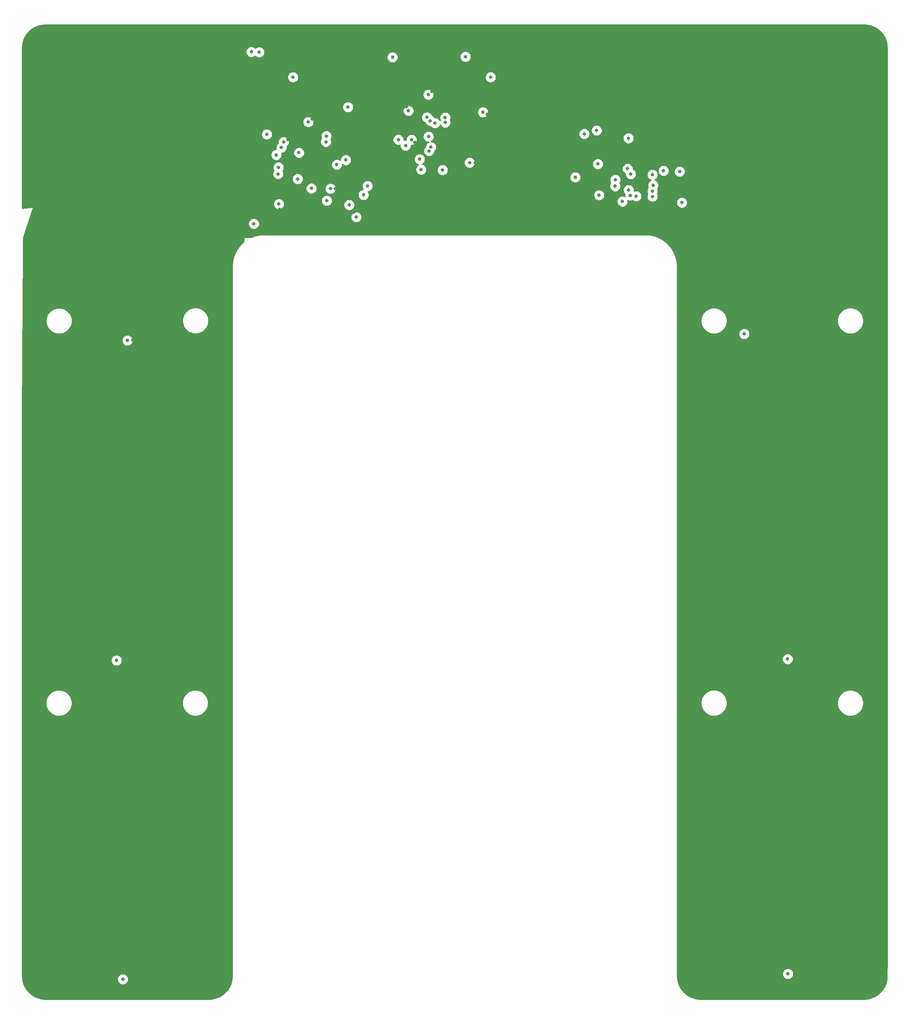
<source format=gbr>
G04 #@! TF.GenerationSoftware,KiCad,Pcbnew,5.1.4-e60b266~84~ubuntu19.04.1*
G04 #@! TF.CreationDate,2019-10-22T08:35:31-04:00*
G04 #@! TF.ProjectId,Forward_acceleration_board,466f7277-6172-4645-9f61-6363656c6572,rev?*
G04 #@! TF.SameCoordinates,Original*
G04 #@! TF.FileFunction,Copper,L3,Inr*
G04 #@! TF.FilePolarity,Positive*
%FSLAX46Y46*%
G04 Gerber Fmt 4.6, Leading zero omitted, Abs format (unit mm)*
G04 Created by KiCad (PCBNEW 5.1.4-e60b266~84~ubuntu19.04.1) date 2019-10-22 08:35:31*
%MOMM*%
%LPD*%
G04 APERTURE LIST*
%ADD10C,0.800000*%
%ADD11C,0.254000*%
G04 APERTURE END LIST*
D10*
X261650000Y-180802000D03*
X224650000Y-71700000D03*
X151050000Y-55175000D03*
X188722000Y-40894000D03*
X156464000Y-71374000D03*
X171697930Y-55365929D03*
X143400000Y-76200000D03*
X169825000Y-39250000D03*
X144275000Y-44425000D03*
X226750000Y-68475000D03*
X110225000Y-121325000D03*
X160675000Y-76875000D03*
X231375000Y-65475000D03*
X219250000Y-62050000D03*
X216950000Y-69500000D03*
X188971789Y-65401211D03*
X144625000Y-71050000D03*
X174958244Y-60606794D03*
X173418660Y-64706660D03*
X179900000Y-77650000D03*
X145350000Y-59925000D03*
X163763419Y-68186262D03*
X145600009Y-65262660D03*
X237175000Y-73050000D03*
X226725000Y-59000000D03*
X225883000Y-55080000D03*
X145288000Y-49784000D03*
X162450000Y-54100000D03*
X109310000Y-106620000D03*
X191770000Y-54102000D03*
X179832000Y-51816000D03*
X172974000Y-52324000D03*
X178863000Y-48795000D03*
X156650082Y-53225000D03*
X137450000Y-79560000D03*
X106980000Y-255260000D03*
X105498000Y-181113978D03*
X147650000Y-69150000D03*
X155282000Y-71386000D03*
X108038000Y-106692000D03*
X261708000Y-254012000D03*
X251548000Y-105168000D03*
X230200000Y-71975000D03*
X224400000Y-66750000D03*
X232775000Y-67225000D03*
X143100000Y-67950000D03*
X163900000Y-70775000D03*
X173425000Y-53275000D03*
X142675000Y-63550000D03*
X161275000Y-78000000D03*
X230200000Y-68150000D03*
X186690000Y-40699989D03*
X143275000Y-74950000D03*
X217775000Y-72900000D03*
X159350000Y-52425000D03*
X150850000Y-71325000D03*
X169725000Y-40825000D03*
X187665988Y-65339502D03*
X237050000Y-74625000D03*
X221565000Y-69304000D03*
X224613000Y-59652000D03*
X146558000Y-45466000D03*
X150114000Y-55880000D03*
X190758650Y-53596260D03*
X181356000Y-67056000D03*
X178054000Y-49530000D03*
X212250000Y-68750000D03*
X172775000Y-61375000D03*
X192532000Y-45466000D03*
X179578000Y-56134000D03*
X158850000Y-64725000D03*
X178100000Y-59275000D03*
X171075000Y-60000010D03*
X156750000Y-65800000D03*
X174153091Y-60013706D03*
X154425000Y-74175000D03*
X217500000Y-65650000D03*
X178657353Y-61735702D03*
X225025000Y-72950000D03*
X223200000Y-74375000D03*
X178200000Y-62625000D03*
X176024101Y-64541726D03*
X226400000Y-73150000D03*
X230200000Y-73225000D03*
X159650000Y-75175000D03*
X176375000Y-66950000D03*
X154325000Y-59150000D03*
X181975000Y-54850000D03*
X214350000Y-58649990D03*
X217200000Y-57850000D03*
X182000000Y-56000000D03*
X154225000Y-60500000D03*
X178500000Y-55600000D03*
X177725000Y-54800000D03*
X138700000Y-39650000D03*
X136875000Y-39575000D03*
X221525000Y-70825000D03*
X230375000Y-70600000D03*
X140474840Y-58749840D03*
X143175000Y-66425000D03*
X162975000Y-72825000D03*
X144400000Y-60550000D03*
X143878412Y-61824454D03*
X147950000Y-63025000D03*
X236525000Y-67400000D03*
X225150000Y-68000000D03*
D11*
G36*
X248372361Y-85490262D02*
G01*
X234587161Y-85150545D01*
X234514300Y-85050260D01*
X233867170Y-84292568D01*
X233757432Y-84182830D01*
X233757424Y-84182824D01*
X232999740Y-83535700D01*
X232874187Y-83444480D01*
X232874177Y-83444475D01*
X232024597Y-82923852D01*
X232024592Y-82923848D01*
X231886314Y-82853392D01*
X230965732Y-82472074D01*
X230818136Y-82424117D01*
X230818133Y-82424117D01*
X229849240Y-82191506D01*
X229849237Y-82191505D01*
X229828278Y-82188186D01*
X229695955Y-82167227D01*
X229695942Y-82167227D01*
X228712279Y-82089811D01*
X228673584Y-82086000D01*
X139676416Y-82086000D01*
X139637721Y-82089811D01*
X138654045Y-82167228D01*
X138500763Y-82191505D01*
X137531867Y-82424117D01*
X137531864Y-82424117D01*
X137384268Y-82472074D01*
X136739324Y-82739219D01*
X135253949Y-82702614D01*
X135229120Y-82704443D01*
X135205125Y-82711081D01*
X135182885Y-82722272D01*
X135163257Y-82737587D01*
X135146994Y-82756438D01*
X135134720Y-82778098D01*
X135126908Y-82801737D01*
X135123823Y-82828703D01*
X135117602Y-83734409D01*
X134592568Y-84182830D01*
X134482830Y-84292568D01*
X134482824Y-84292576D01*
X133835700Y-85050260D01*
X133744480Y-85175813D01*
X133744475Y-85175823D01*
X133223852Y-86025403D01*
X133223848Y-86025408D01*
X133153392Y-86163686D01*
X132772074Y-87084268D01*
X132724117Y-87231865D01*
X132491506Y-88200760D01*
X132491505Y-88200763D01*
X132489284Y-88214784D01*
X132467227Y-88354045D01*
X132467227Y-88354058D01*
X132389807Y-89337772D01*
X132386001Y-89376416D01*
X132386000Y-254486145D01*
X132316977Y-255363165D01*
X132120706Y-256180694D01*
X131798960Y-256957457D01*
X131359665Y-257674320D01*
X130813637Y-258313636D01*
X130174317Y-258859668D01*
X129457457Y-259298960D01*
X128680695Y-259620705D01*
X127863165Y-259816977D01*
X126986145Y-259886000D01*
X88963855Y-259886000D01*
X88086835Y-259816977D01*
X87269306Y-259620706D01*
X86492543Y-259298960D01*
X85775680Y-258859665D01*
X85136364Y-258313637D01*
X84590332Y-257674317D01*
X84151040Y-256957457D01*
X83829295Y-256180695D01*
X83633023Y-255363165D01*
X83614913Y-255133045D01*
X105691000Y-255133045D01*
X105691000Y-255386955D01*
X105740535Y-255635987D01*
X105837703Y-255870570D01*
X105978768Y-256081690D01*
X106158310Y-256261232D01*
X106369430Y-256402297D01*
X106604013Y-256499465D01*
X106853045Y-256549000D01*
X107106955Y-256549000D01*
X107355987Y-256499465D01*
X107590570Y-256402297D01*
X107801690Y-256261232D01*
X107981232Y-256081690D01*
X108122297Y-255870570D01*
X108219465Y-255635987D01*
X108269000Y-255386955D01*
X108269000Y-255133045D01*
X108219465Y-254884013D01*
X108122297Y-254649430D01*
X107981232Y-254438310D01*
X107801690Y-254258768D01*
X107590570Y-254117703D01*
X107355987Y-254020535D01*
X107106955Y-253971000D01*
X106853045Y-253971000D01*
X106604013Y-254020535D01*
X106369430Y-254117703D01*
X106158310Y-254258768D01*
X105978768Y-254438310D01*
X105837703Y-254649430D01*
X105740535Y-254884013D01*
X105691000Y-255133045D01*
X83614913Y-255133045D01*
X83564000Y-254486145D01*
X83564000Y-190730685D01*
X89061000Y-190730685D01*
X89061000Y-191329315D01*
X89177787Y-191916443D01*
X89406874Y-192469506D01*
X89739455Y-192967249D01*
X90162751Y-193390545D01*
X90660494Y-193723126D01*
X91213557Y-193952213D01*
X91800685Y-194069000D01*
X92399315Y-194069000D01*
X92986443Y-193952213D01*
X93539506Y-193723126D01*
X94037249Y-193390545D01*
X94460545Y-192967249D01*
X94793126Y-192469506D01*
X95022213Y-191916443D01*
X95139000Y-191329315D01*
X95139000Y-190730685D01*
X95137011Y-190720685D01*
X120791000Y-190720685D01*
X120791000Y-191319315D01*
X120907787Y-191906443D01*
X121136874Y-192459506D01*
X121469455Y-192957249D01*
X121892751Y-193380545D01*
X122390494Y-193713126D01*
X122943557Y-193942213D01*
X123530685Y-194059000D01*
X124129315Y-194059000D01*
X124716443Y-193942213D01*
X125269506Y-193713126D01*
X125767249Y-193380545D01*
X126190545Y-192957249D01*
X126523126Y-192459506D01*
X126752213Y-191906443D01*
X126869000Y-191319315D01*
X126869000Y-190720685D01*
X126752213Y-190133557D01*
X126523126Y-189580494D01*
X126190545Y-189082751D01*
X125767249Y-188659455D01*
X125269506Y-188326874D01*
X124716443Y-188097787D01*
X124129315Y-187981000D01*
X123530685Y-187981000D01*
X122943557Y-188097787D01*
X122390494Y-188326874D01*
X121892751Y-188659455D01*
X121469455Y-189082751D01*
X121136874Y-189580494D01*
X120907787Y-190133557D01*
X120791000Y-190720685D01*
X95137011Y-190720685D01*
X95022213Y-190143557D01*
X94793126Y-189590494D01*
X94460545Y-189092751D01*
X94037249Y-188669455D01*
X93539506Y-188336874D01*
X92986443Y-188107787D01*
X92399315Y-187991000D01*
X91800685Y-187991000D01*
X91213557Y-188107787D01*
X90660494Y-188336874D01*
X90162751Y-188669455D01*
X89739455Y-189092751D01*
X89406874Y-189590494D01*
X89177787Y-190143557D01*
X89061000Y-190730685D01*
X83564000Y-190730685D01*
X83564000Y-180987023D01*
X104209000Y-180987023D01*
X104209000Y-181240933D01*
X104258535Y-181489965D01*
X104355703Y-181724548D01*
X104496768Y-181935668D01*
X104676310Y-182115210D01*
X104887430Y-182256275D01*
X105122013Y-182353443D01*
X105371045Y-182402978D01*
X105624955Y-182402978D01*
X105873987Y-182353443D01*
X106108570Y-182256275D01*
X106319690Y-182115210D01*
X106499232Y-181935668D01*
X106640297Y-181724548D01*
X106737465Y-181489965D01*
X106787000Y-181240933D01*
X106787000Y-180987023D01*
X106737465Y-180737991D01*
X106640297Y-180503408D01*
X106499232Y-180292288D01*
X106319690Y-180112746D01*
X106108570Y-179971681D01*
X105873987Y-179874513D01*
X105624955Y-179824978D01*
X105371045Y-179824978D01*
X105122013Y-179874513D01*
X104887430Y-179971681D01*
X104676310Y-180112746D01*
X104496768Y-180292288D01*
X104355703Y-180503408D01*
X104258535Y-180737991D01*
X104209000Y-180987023D01*
X83564000Y-180987023D01*
X83564000Y-128242410D01*
X83689459Y-106565045D01*
X106749000Y-106565045D01*
X106749000Y-106818955D01*
X106798535Y-107067987D01*
X106895703Y-107302570D01*
X107036768Y-107513690D01*
X107216310Y-107693232D01*
X107427430Y-107834297D01*
X107662013Y-107931465D01*
X107911045Y-107981000D01*
X108164955Y-107981000D01*
X108413987Y-107931465D01*
X108648570Y-107834297D01*
X108859690Y-107693232D01*
X109039232Y-107513690D01*
X109180297Y-107302570D01*
X109277465Y-107067987D01*
X109327000Y-106818955D01*
X109327000Y-106565045D01*
X109277465Y-106316013D01*
X109180297Y-106081430D01*
X109039232Y-105870310D01*
X108859690Y-105690768D01*
X108648570Y-105549703D01*
X108413987Y-105452535D01*
X108164955Y-105403000D01*
X107911045Y-105403000D01*
X107662013Y-105452535D01*
X107427430Y-105549703D01*
X107216310Y-105690768D01*
X107036768Y-105870310D01*
X106895703Y-106081430D01*
X106798535Y-106316013D01*
X106749000Y-106565045D01*
X83689459Y-106565045D01*
X83716744Y-101850685D01*
X89081000Y-101850685D01*
X89081000Y-102449315D01*
X89197787Y-103036443D01*
X89426874Y-103589506D01*
X89759455Y-104087249D01*
X90182751Y-104510545D01*
X90680494Y-104843126D01*
X91233557Y-105072213D01*
X91820685Y-105189000D01*
X92419315Y-105189000D01*
X93006443Y-105072213D01*
X93559506Y-104843126D01*
X94057249Y-104510545D01*
X94480545Y-104087249D01*
X94813126Y-103589506D01*
X95042213Y-103036443D01*
X95159000Y-102449315D01*
X95159000Y-101850685D01*
X95149055Y-101800685D01*
X120831000Y-101800685D01*
X120831000Y-102399315D01*
X120947787Y-102986443D01*
X121176874Y-103539506D01*
X121509455Y-104037249D01*
X121932751Y-104460545D01*
X122430494Y-104793126D01*
X122983557Y-105022213D01*
X123570685Y-105139000D01*
X124169315Y-105139000D01*
X124756443Y-105022213D01*
X125309506Y-104793126D01*
X125807249Y-104460545D01*
X126230545Y-104037249D01*
X126563126Y-103539506D01*
X126792213Y-102986443D01*
X126909000Y-102399315D01*
X126909000Y-101800685D01*
X126792213Y-101213557D01*
X126563126Y-100660494D01*
X126230545Y-100162751D01*
X125807249Y-99739455D01*
X125309506Y-99406874D01*
X124756443Y-99177787D01*
X124169315Y-99061000D01*
X123570685Y-99061000D01*
X122983557Y-99177787D01*
X122430494Y-99406874D01*
X121932751Y-99739455D01*
X121509455Y-100162751D01*
X121176874Y-100660494D01*
X120947787Y-101213557D01*
X120831000Y-101800685D01*
X95149055Y-101800685D01*
X95042213Y-101263557D01*
X94813126Y-100710494D01*
X94480545Y-100212751D01*
X94057249Y-99789455D01*
X93559506Y-99456874D01*
X93006443Y-99227787D01*
X92419315Y-99111000D01*
X91820685Y-99111000D01*
X91233557Y-99227787D01*
X90680494Y-99456874D01*
X90182751Y-99789455D01*
X89759455Y-100212751D01*
X89426874Y-100710494D01*
X89197787Y-101263557D01*
X89081000Y-101850685D01*
X83716744Y-101850685D01*
X83826884Y-82820509D01*
X84929637Y-79433045D01*
X136161000Y-79433045D01*
X136161000Y-79686955D01*
X136210535Y-79935987D01*
X136307703Y-80170570D01*
X136448768Y-80381690D01*
X136628310Y-80561232D01*
X136839430Y-80702297D01*
X137074013Y-80799465D01*
X137323045Y-80849000D01*
X137576955Y-80849000D01*
X137825987Y-80799465D01*
X138060570Y-80702297D01*
X138271690Y-80561232D01*
X138451232Y-80381690D01*
X138592297Y-80170570D01*
X138689465Y-79935987D01*
X138739000Y-79686955D01*
X138739000Y-79433045D01*
X138689465Y-79184013D01*
X138592297Y-78949430D01*
X138451232Y-78738310D01*
X138271690Y-78558768D01*
X138060570Y-78417703D01*
X137825987Y-78320535D01*
X137576955Y-78271000D01*
X137323045Y-78271000D01*
X137074013Y-78320535D01*
X136839430Y-78417703D01*
X136628310Y-78558768D01*
X136448768Y-78738310D01*
X136307703Y-78949430D01*
X136210535Y-79184013D01*
X136161000Y-79433045D01*
X84929637Y-79433045D01*
X85437478Y-77873045D01*
X159986000Y-77873045D01*
X159986000Y-78126955D01*
X160035535Y-78375987D01*
X160132703Y-78610570D01*
X160273768Y-78821690D01*
X160453310Y-79001232D01*
X160664430Y-79142297D01*
X160899013Y-79239465D01*
X161148045Y-79289000D01*
X161401955Y-79289000D01*
X161650987Y-79239465D01*
X161885570Y-79142297D01*
X162096690Y-79001232D01*
X162276232Y-78821690D01*
X162417297Y-78610570D01*
X162514465Y-78375987D01*
X162564000Y-78126955D01*
X162564000Y-77873045D01*
X162514465Y-77624013D01*
X162417297Y-77389430D01*
X162276232Y-77178310D01*
X162096690Y-76998768D01*
X161885570Y-76857703D01*
X161650987Y-76760535D01*
X161401955Y-76711000D01*
X161148045Y-76711000D01*
X160899013Y-76760535D01*
X160664430Y-76857703D01*
X160453310Y-76998768D01*
X160273768Y-77178310D01*
X160132703Y-77389430D01*
X160035535Y-77624013D01*
X159986000Y-77873045D01*
X85437478Y-77873045D01*
X86083262Y-75889313D01*
X86088611Y-75864998D01*
X86089114Y-75840107D01*
X86084751Y-75815596D01*
X86075690Y-75792407D01*
X86062279Y-75771431D01*
X86045034Y-75753475D01*
X86024617Y-75739228D01*
X86001813Y-75729238D01*
X85977498Y-75723889D01*
X85949815Y-75723635D01*
X83564000Y-75963139D01*
X83564000Y-74823045D01*
X141986000Y-74823045D01*
X141986000Y-75076955D01*
X142035535Y-75325987D01*
X142132703Y-75560570D01*
X142273768Y-75771690D01*
X142453310Y-75951232D01*
X142664430Y-76092297D01*
X142899013Y-76189465D01*
X143148045Y-76239000D01*
X143401955Y-76239000D01*
X143650987Y-76189465D01*
X143885570Y-76092297D01*
X144096690Y-75951232D01*
X144276232Y-75771690D01*
X144417297Y-75560570D01*
X144514465Y-75325987D01*
X144564000Y-75076955D01*
X144564000Y-74823045D01*
X144514465Y-74574013D01*
X144417297Y-74339430D01*
X144276232Y-74128310D01*
X144195967Y-74048045D01*
X153136000Y-74048045D01*
X153136000Y-74301955D01*
X153185535Y-74550987D01*
X153282703Y-74785570D01*
X153423768Y-74996690D01*
X153603310Y-75176232D01*
X153814430Y-75317297D01*
X154049013Y-75414465D01*
X154298045Y-75464000D01*
X154551955Y-75464000D01*
X154800987Y-75414465D01*
X155035570Y-75317297D01*
X155246690Y-75176232D01*
X155374877Y-75048045D01*
X158361000Y-75048045D01*
X158361000Y-75301955D01*
X158410535Y-75550987D01*
X158507703Y-75785570D01*
X158648768Y-75996690D01*
X158828310Y-76176232D01*
X159039430Y-76317297D01*
X159274013Y-76414465D01*
X159523045Y-76464000D01*
X159776955Y-76464000D01*
X160025987Y-76414465D01*
X160260570Y-76317297D01*
X160471690Y-76176232D01*
X160651232Y-75996690D01*
X160792297Y-75785570D01*
X160889465Y-75550987D01*
X160939000Y-75301955D01*
X160939000Y-75048045D01*
X160889465Y-74799013D01*
X160792297Y-74564430D01*
X160651232Y-74353310D01*
X160545967Y-74248045D01*
X221911000Y-74248045D01*
X221911000Y-74501955D01*
X221960535Y-74750987D01*
X222057703Y-74985570D01*
X222198768Y-75196690D01*
X222378310Y-75376232D01*
X222589430Y-75517297D01*
X222824013Y-75614465D01*
X223073045Y-75664000D01*
X223326955Y-75664000D01*
X223575987Y-75614465D01*
X223810570Y-75517297D01*
X224021690Y-75376232D01*
X224201232Y-75196690D01*
X224342297Y-74985570D01*
X224439465Y-74750987D01*
X224489000Y-74501955D01*
X224489000Y-74248045D01*
X224461934Y-74111974D01*
X224649013Y-74189465D01*
X224898045Y-74239000D01*
X225151955Y-74239000D01*
X225400987Y-74189465D01*
X225553408Y-74126330D01*
X225578310Y-74151232D01*
X225789430Y-74292297D01*
X226024013Y-74389465D01*
X226273045Y-74439000D01*
X226526955Y-74439000D01*
X226775987Y-74389465D01*
X227010570Y-74292297D01*
X227221690Y-74151232D01*
X227401232Y-73971690D01*
X227542297Y-73760570D01*
X227639465Y-73525987D01*
X227689000Y-73276955D01*
X227689000Y-73023045D01*
X227639465Y-72774013D01*
X227542297Y-72539430D01*
X227401232Y-72328310D01*
X227221690Y-72148768D01*
X227010570Y-72007703D01*
X226775987Y-71910535D01*
X226526955Y-71861000D01*
X226273045Y-71861000D01*
X226024013Y-71910535D01*
X225913249Y-71956415D01*
X225939000Y-71826955D01*
X225939000Y-71573045D01*
X225889465Y-71324013D01*
X225792297Y-71089430D01*
X225651232Y-70878310D01*
X225471690Y-70698768D01*
X225260570Y-70557703D01*
X225025987Y-70460535D01*
X224776955Y-70411000D01*
X224523045Y-70411000D01*
X224274013Y-70460535D01*
X224039430Y-70557703D01*
X223828310Y-70698768D01*
X223648768Y-70878310D01*
X223507703Y-71089430D01*
X223410535Y-71324013D01*
X223361000Y-71573045D01*
X223361000Y-71826955D01*
X223410535Y-72075987D01*
X223507703Y-72310570D01*
X223648768Y-72521690D01*
X223771525Y-72644447D01*
X223736000Y-72823045D01*
X223736000Y-73076955D01*
X223763066Y-73213026D01*
X223575987Y-73135535D01*
X223326955Y-73086000D01*
X223073045Y-73086000D01*
X222824013Y-73135535D01*
X222589430Y-73232703D01*
X222378310Y-73373768D01*
X222198768Y-73553310D01*
X222057703Y-73764430D01*
X221960535Y-73999013D01*
X221911000Y-74248045D01*
X160545967Y-74248045D01*
X160471690Y-74173768D01*
X160260570Y-74032703D01*
X160025987Y-73935535D01*
X159776955Y-73886000D01*
X159523045Y-73886000D01*
X159274013Y-73935535D01*
X159039430Y-74032703D01*
X158828310Y-74173768D01*
X158648768Y-74353310D01*
X158507703Y-74564430D01*
X158410535Y-74799013D01*
X158361000Y-75048045D01*
X155374877Y-75048045D01*
X155426232Y-74996690D01*
X155567297Y-74785570D01*
X155664465Y-74550987D01*
X155714000Y-74301955D01*
X155714000Y-74048045D01*
X155664465Y-73799013D01*
X155567297Y-73564430D01*
X155426232Y-73353310D01*
X155246690Y-73173768D01*
X155035570Y-73032703D01*
X154800987Y-72935535D01*
X154551955Y-72886000D01*
X154298045Y-72886000D01*
X154049013Y-72935535D01*
X153814430Y-73032703D01*
X153603310Y-73173768D01*
X153423768Y-73353310D01*
X153282703Y-73564430D01*
X153185535Y-73799013D01*
X153136000Y-74048045D01*
X144195967Y-74048045D01*
X144096690Y-73948768D01*
X143885570Y-73807703D01*
X143650987Y-73710535D01*
X143401955Y-73661000D01*
X143148045Y-73661000D01*
X142899013Y-73710535D01*
X142664430Y-73807703D01*
X142453310Y-73948768D01*
X142273768Y-74128310D01*
X142132703Y-74339430D01*
X142035535Y-74574013D01*
X141986000Y-74823045D01*
X83564000Y-74823045D01*
X83564000Y-72698045D01*
X161686000Y-72698045D01*
X161686000Y-72951955D01*
X161735535Y-73200987D01*
X161832703Y-73435570D01*
X161973768Y-73646690D01*
X162153310Y-73826232D01*
X162364430Y-73967297D01*
X162599013Y-74064465D01*
X162848045Y-74114000D01*
X163101955Y-74114000D01*
X163350987Y-74064465D01*
X163585570Y-73967297D01*
X163796690Y-73826232D01*
X163976232Y-73646690D01*
X164117297Y-73435570D01*
X164214465Y-73200987D01*
X164264000Y-72951955D01*
X164264000Y-72773045D01*
X216486000Y-72773045D01*
X216486000Y-73026955D01*
X216535535Y-73275987D01*
X216632703Y-73510570D01*
X216773768Y-73721690D01*
X216953310Y-73901232D01*
X217164430Y-74042297D01*
X217399013Y-74139465D01*
X217648045Y-74189000D01*
X217901955Y-74189000D01*
X218150987Y-74139465D01*
X218385570Y-74042297D01*
X218596690Y-73901232D01*
X218776232Y-73721690D01*
X218917297Y-73510570D01*
X219014465Y-73275987D01*
X219064000Y-73026955D01*
X219064000Y-72773045D01*
X219014465Y-72524013D01*
X218917297Y-72289430D01*
X218776232Y-72078310D01*
X218596690Y-71898768D01*
X218385570Y-71757703D01*
X218150987Y-71660535D01*
X217901955Y-71611000D01*
X217648045Y-71611000D01*
X217399013Y-71660535D01*
X217164430Y-71757703D01*
X216953310Y-71898768D01*
X216773768Y-72078310D01*
X216632703Y-72289430D01*
X216535535Y-72524013D01*
X216486000Y-72773045D01*
X164264000Y-72773045D01*
X164264000Y-72698045D01*
X164214465Y-72449013D01*
X164117297Y-72214430D01*
X164016784Y-72064000D01*
X164026955Y-72064000D01*
X164275987Y-72014465D01*
X164510570Y-71917297D01*
X164721690Y-71776232D01*
X164901232Y-71596690D01*
X165042297Y-71385570D01*
X165139465Y-71150987D01*
X165189000Y-70901955D01*
X165189000Y-70698045D01*
X220236000Y-70698045D01*
X220236000Y-70951955D01*
X220285535Y-71200987D01*
X220382703Y-71435570D01*
X220523768Y-71646690D01*
X220703310Y-71826232D01*
X220914430Y-71967297D01*
X221149013Y-72064465D01*
X221398045Y-72114000D01*
X221651955Y-72114000D01*
X221900987Y-72064465D01*
X222135570Y-71967297D01*
X222346690Y-71826232D01*
X222526232Y-71646690D01*
X222667297Y-71435570D01*
X222764465Y-71200987D01*
X222814000Y-70951955D01*
X222814000Y-70698045D01*
X222764465Y-70449013D01*
X222667297Y-70214430D01*
X222587118Y-70094432D01*
X222707297Y-69914570D01*
X222804465Y-69679987D01*
X222854000Y-69430955D01*
X222854000Y-69177045D01*
X222804465Y-68928013D01*
X222707297Y-68693430D01*
X222566232Y-68482310D01*
X222386690Y-68302768D01*
X222175570Y-68161703D01*
X221940987Y-68064535D01*
X221691955Y-68015000D01*
X221438045Y-68015000D01*
X221189013Y-68064535D01*
X220954430Y-68161703D01*
X220743310Y-68302768D01*
X220563768Y-68482310D01*
X220422703Y-68693430D01*
X220325535Y-68928013D01*
X220276000Y-69177045D01*
X220276000Y-69430955D01*
X220325535Y-69679987D01*
X220422703Y-69914570D01*
X220502882Y-70034568D01*
X220382703Y-70214430D01*
X220285535Y-70449013D01*
X220236000Y-70698045D01*
X165189000Y-70698045D01*
X165189000Y-70648045D01*
X165139465Y-70399013D01*
X165042297Y-70164430D01*
X164901232Y-69953310D01*
X164721690Y-69773768D01*
X164510570Y-69632703D01*
X164275987Y-69535535D01*
X164026955Y-69486000D01*
X163773045Y-69486000D01*
X163524013Y-69535535D01*
X163289430Y-69632703D01*
X163078310Y-69773768D01*
X162898768Y-69953310D01*
X162757703Y-70164430D01*
X162660535Y-70399013D01*
X162611000Y-70648045D01*
X162611000Y-70901955D01*
X162660535Y-71150987D01*
X162757703Y-71385570D01*
X162858216Y-71536000D01*
X162848045Y-71536000D01*
X162599013Y-71585535D01*
X162364430Y-71682703D01*
X162153310Y-71823768D01*
X161973768Y-72003310D01*
X161832703Y-72214430D01*
X161735535Y-72449013D01*
X161686000Y-72698045D01*
X83564000Y-72698045D01*
X83564000Y-71198045D01*
X149561000Y-71198045D01*
X149561000Y-71451955D01*
X149610535Y-71700987D01*
X149707703Y-71935570D01*
X149848768Y-72146690D01*
X150028310Y-72326232D01*
X150239430Y-72467297D01*
X150474013Y-72564465D01*
X150723045Y-72614000D01*
X150976955Y-72614000D01*
X151225987Y-72564465D01*
X151460570Y-72467297D01*
X151671690Y-72326232D01*
X151851232Y-72146690D01*
X151992297Y-71935570D01*
X152089465Y-71700987D01*
X152139000Y-71451955D01*
X152139000Y-71259045D01*
X153993000Y-71259045D01*
X153993000Y-71512955D01*
X154042535Y-71761987D01*
X154139703Y-71996570D01*
X154280768Y-72207690D01*
X154460310Y-72387232D01*
X154671430Y-72528297D01*
X154906013Y-72625465D01*
X155155045Y-72675000D01*
X155408955Y-72675000D01*
X155657987Y-72625465D01*
X155892570Y-72528297D01*
X156103690Y-72387232D01*
X156283232Y-72207690D01*
X156424297Y-71996570D01*
X156521465Y-71761987D01*
X156571000Y-71512955D01*
X156571000Y-71259045D01*
X156521465Y-71010013D01*
X156424297Y-70775430D01*
X156283232Y-70564310D01*
X156103690Y-70384768D01*
X155892570Y-70243703D01*
X155657987Y-70146535D01*
X155408955Y-70097000D01*
X155155045Y-70097000D01*
X154906013Y-70146535D01*
X154671430Y-70243703D01*
X154460310Y-70384768D01*
X154280768Y-70564310D01*
X154139703Y-70775430D01*
X154042535Y-71010013D01*
X153993000Y-71259045D01*
X152139000Y-71259045D01*
X152139000Y-71198045D01*
X152089465Y-70949013D01*
X151992297Y-70714430D01*
X151851232Y-70503310D01*
X151671690Y-70323768D01*
X151460570Y-70182703D01*
X151225987Y-70085535D01*
X150976955Y-70036000D01*
X150723045Y-70036000D01*
X150474013Y-70085535D01*
X150239430Y-70182703D01*
X150028310Y-70323768D01*
X149848768Y-70503310D01*
X149707703Y-70714430D01*
X149610535Y-70949013D01*
X149561000Y-71198045D01*
X83564000Y-71198045D01*
X83564000Y-67823045D01*
X141811000Y-67823045D01*
X141811000Y-68076955D01*
X141860535Y-68325987D01*
X141957703Y-68560570D01*
X142098768Y-68771690D01*
X142278310Y-68951232D01*
X142489430Y-69092297D01*
X142724013Y-69189465D01*
X142973045Y-69239000D01*
X143226955Y-69239000D01*
X143475987Y-69189465D01*
X143710570Y-69092297D01*
X143814213Y-69023045D01*
X146361000Y-69023045D01*
X146361000Y-69276955D01*
X146410535Y-69525987D01*
X146507703Y-69760570D01*
X146648768Y-69971690D01*
X146828310Y-70151232D01*
X147039430Y-70292297D01*
X147274013Y-70389465D01*
X147523045Y-70439000D01*
X147776955Y-70439000D01*
X148025987Y-70389465D01*
X148260570Y-70292297D01*
X148471690Y-70151232D01*
X148651232Y-69971690D01*
X148792297Y-69760570D01*
X148889465Y-69525987D01*
X148939000Y-69276955D01*
X148939000Y-69023045D01*
X148889465Y-68774013D01*
X148826932Y-68623045D01*
X210961000Y-68623045D01*
X210961000Y-68876955D01*
X211010535Y-69125987D01*
X211107703Y-69360570D01*
X211248768Y-69571690D01*
X211428310Y-69751232D01*
X211639430Y-69892297D01*
X211874013Y-69989465D01*
X212123045Y-70039000D01*
X212376955Y-70039000D01*
X212625987Y-69989465D01*
X212860570Y-69892297D01*
X213071690Y-69751232D01*
X213251232Y-69571690D01*
X213392297Y-69360570D01*
X213489465Y-69125987D01*
X213539000Y-68876955D01*
X213539000Y-68623045D01*
X213489465Y-68374013D01*
X213392297Y-68139430D01*
X213251232Y-67928310D01*
X213071690Y-67748768D01*
X212860570Y-67607703D01*
X212625987Y-67510535D01*
X212376955Y-67461000D01*
X212123045Y-67461000D01*
X211874013Y-67510535D01*
X211639430Y-67607703D01*
X211428310Y-67748768D01*
X211248768Y-67928310D01*
X211107703Y-68139430D01*
X211010535Y-68374013D01*
X210961000Y-68623045D01*
X148826932Y-68623045D01*
X148792297Y-68539430D01*
X148651232Y-68328310D01*
X148471690Y-68148768D01*
X148260570Y-68007703D01*
X148025987Y-67910535D01*
X147776955Y-67861000D01*
X147523045Y-67861000D01*
X147274013Y-67910535D01*
X147039430Y-68007703D01*
X146828310Y-68148768D01*
X146648768Y-68328310D01*
X146507703Y-68539430D01*
X146410535Y-68774013D01*
X146361000Y-69023045D01*
X143814213Y-69023045D01*
X143921690Y-68951232D01*
X144101232Y-68771690D01*
X144242297Y-68560570D01*
X144339465Y-68325987D01*
X144389000Y-68076955D01*
X144389000Y-67823045D01*
X144339465Y-67574013D01*
X144242297Y-67339430D01*
X144178281Y-67243623D01*
X144317297Y-67035570D01*
X144414465Y-66800987D01*
X144464000Y-66551955D01*
X144464000Y-66298045D01*
X144414465Y-66049013D01*
X144317297Y-65814430D01*
X144222828Y-65673045D01*
X155461000Y-65673045D01*
X155461000Y-65926955D01*
X155510535Y-66175987D01*
X155607703Y-66410570D01*
X155748768Y-66621690D01*
X155928310Y-66801232D01*
X156139430Y-66942297D01*
X156374013Y-67039465D01*
X156623045Y-67089000D01*
X156876955Y-67089000D01*
X157125987Y-67039465D01*
X157360570Y-66942297D01*
X157571690Y-66801232D01*
X157751232Y-66621690D01*
X157892297Y-66410570D01*
X157989465Y-66175987D01*
X158039000Y-65926955D01*
X158039000Y-65733375D01*
X158239430Y-65867297D01*
X158474013Y-65964465D01*
X158723045Y-66014000D01*
X158976955Y-66014000D01*
X159225987Y-65964465D01*
X159460570Y-65867297D01*
X159671690Y-65726232D01*
X159851232Y-65546690D01*
X159992297Y-65335570D01*
X160089465Y-65100987D01*
X160139000Y-64851955D01*
X160139000Y-64598045D01*
X160102545Y-64414771D01*
X174735101Y-64414771D01*
X174735101Y-64668681D01*
X174784636Y-64917713D01*
X174881804Y-65152296D01*
X175022869Y-65363416D01*
X175202411Y-65542958D01*
X175413531Y-65684023D01*
X175648114Y-65781191D01*
X175769935Y-65805423D01*
X175764430Y-65807703D01*
X175553310Y-65948768D01*
X175373768Y-66128310D01*
X175232703Y-66339430D01*
X175135535Y-66574013D01*
X175086000Y-66823045D01*
X175086000Y-67076955D01*
X175135535Y-67325987D01*
X175232703Y-67560570D01*
X175373768Y-67771690D01*
X175553310Y-67951232D01*
X175764430Y-68092297D01*
X175999013Y-68189465D01*
X176248045Y-68239000D01*
X176501955Y-68239000D01*
X176750987Y-68189465D01*
X176985570Y-68092297D01*
X177196690Y-67951232D01*
X177376232Y-67771690D01*
X177517297Y-67560570D01*
X177614465Y-67325987D01*
X177664000Y-67076955D01*
X177664000Y-66929045D01*
X180067000Y-66929045D01*
X180067000Y-67182955D01*
X180116535Y-67431987D01*
X180213703Y-67666570D01*
X180354768Y-67877690D01*
X180534310Y-68057232D01*
X180745430Y-68198297D01*
X180980013Y-68295465D01*
X181229045Y-68345000D01*
X181482955Y-68345000D01*
X181731987Y-68295465D01*
X181966570Y-68198297D01*
X182177690Y-68057232D01*
X182357232Y-67877690D01*
X182498297Y-67666570D01*
X182595465Y-67431987D01*
X182645000Y-67182955D01*
X182645000Y-66929045D01*
X182595465Y-66680013D01*
X182498297Y-66445430D01*
X182357232Y-66234310D01*
X182177690Y-66054768D01*
X181966570Y-65913703D01*
X181731987Y-65816535D01*
X181482955Y-65767000D01*
X181229045Y-65767000D01*
X180980013Y-65816535D01*
X180745430Y-65913703D01*
X180534310Y-66054768D01*
X180354768Y-66234310D01*
X180213703Y-66445430D01*
X180116535Y-66680013D01*
X180067000Y-66929045D01*
X177664000Y-66929045D01*
X177664000Y-66823045D01*
X177614465Y-66574013D01*
X177517297Y-66339430D01*
X177376232Y-66128310D01*
X177196690Y-65948768D01*
X176985570Y-65807703D01*
X176750987Y-65710535D01*
X176629166Y-65686303D01*
X176634671Y-65684023D01*
X176845791Y-65542958D01*
X177025333Y-65363416D01*
X177126139Y-65212547D01*
X186376988Y-65212547D01*
X186376988Y-65466457D01*
X186426523Y-65715489D01*
X186523691Y-65950072D01*
X186664756Y-66161192D01*
X186844298Y-66340734D01*
X187055418Y-66481799D01*
X187290001Y-66578967D01*
X187539033Y-66628502D01*
X187792943Y-66628502D01*
X188041975Y-66578967D01*
X188276558Y-66481799D01*
X188487678Y-66340734D01*
X188667220Y-66161192D01*
X188808285Y-65950072D01*
X188905453Y-65715489D01*
X188943732Y-65523045D01*
X216211000Y-65523045D01*
X216211000Y-65776955D01*
X216260535Y-66025987D01*
X216357703Y-66260570D01*
X216498768Y-66471690D01*
X216678310Y-66651232D01*
X216889430Y-66792297D01*
X217124013Y-66889465D01*
X217373045Y-66939000D01*
X217626955Y-66939000D01*
X217875987Y-66889465D01*
X218110570Y-66792297D01*
X218321690Y-66651232D01*
X218349877Y-66623045D01*
X223111000Y-66623045D01*
X223111000Y-66876955D01*
X223160535Y-67125987D01*
X223257703Y-67360570D01*
X223398768Y-67571690D01*
X223578310Y-67751232D01*
X223789430Y-67892297D01*
X223861000Y-67921942D01*
X223861000Y-68126955D01*
X223910535Y-68375987D01*
X224007703Y-68610570D01*
X224148768Y-68821690D01*
X224328310Y-69001232D01*
X224539430Y-69142297D01*
X224774013Y-69239465D01*
X225023045Y-69289000D01*
X225276955Y-69289000D01*
X225525987Y-69239465D01*
X225760570Y-69142297D01*
X225971690Y-69001232D01*
X226151232Y-68821690D01*
X226292297Y-68610570D01*
X226389465Y-68375987D01*
X226439000Y-68126955D01*
X226439000Y-68023045D01*
X228911000Y-68023045D01*
X228911000Y-68276955D01*
X228960535Y-68525987D01*
X229057703Y-68760570D01*
X229198768Y-68971690D01*
X229378310Y-69151232D01*
X229589430Y-69292297D01*
X229824013Y-69389465D01*
X229895055Y-69403596D01*
X229764430Y-69457703D01*
X229553310Y-69598768D01*
X229373768Y-69778310D01*
X229232703Y-69989430D01*
X229135535Y-70224013D01*
X229086000Y-70473045D01*
X229086000Y-70726955D01*
X229135535Y-70975987D01*
X229205992Y-71146086D01*
X229198768Y-71153310D01*
X229057703Y-71364430D01*
X228960535Y-71599013D01*
X228911000Y-71848045D01*
X228911000Y-72101955D01*
X228960535Y-72350987D01*
X229057703Y-72585570D01*
X229067345Y-72600000D01*
X229057703Y-72614430D01*
X228960535Y-72849013D01*
X228911000Y-73098045D01*
X228911000Y-73351955D01*
X228960535Y-73600987D01*
X229057703Y-73835570D01*
X229198768Y-74046690D01*
X229378310Y-74226232D01*
X229589430Y-74367297D01*
X229824013Y-74464465D01*
X230073045Y-74514000D01*
X230326955Y-74514000D01*
X230407167Y-74498045D01*
X235761000Y-74498045D01*
X235761000Y-74751955D01*
X235810535Y-75000987D01*
X235907703Y-75235570D01*
X236048768Y-75446690D01*
X236228310Y-75626232D01*
X236439430Y-75767297D01*
X236674013Y-75864465D01*
X236923045Y-75914000D01*
X237176955Y-75914000D01*
X237425987Y-75864465D01*
X237660570Y-75767297D01*
X237871690Y-75626232D01*
X238051232Y-75446690D01*
X238192297Y-75235570D01*
X238289465Y-75000987D01*
X238339000Y-74751955D01*
X238339000Y-74498045D01*
X238289465Y-74249013D01*
X238192297Y-74014430D01*
X238051232Y-73803310D01*
X237871690Y-73623768D01*
X237660570Y-73482703D01*
X237425987Y-73385535D01*
X237176955Y-73336000D01*
X236923045Y-73336000D01*
X236674013Y-73385535D01*
X236439430Y-73482703D01*
X236228310Y-73623768D01*
X236048768Y-73803310D01*
X235907703Y-74014430D01*
X235810535Y-74249013D01*
X235761000Y-74498045D01*
X230407167Y-74498045D01*
X230575987Y-74464465D01*
X230810570Y-74367297D01*
X231021690Y-74226232D01*
X231201232Y-74046690D01*
X231342297Y-73835570D01*
X231439465Y-73600987D01*
X231489000Y-73351955D01*
X231489000Y-73098045D01*
X231439465Y-72849013D01*
X231342297Y-72614430D01*
X231332655Y-72600000D01*
X231342297Y-72585570D01*
X231439465Y-72350987D01*
X231489000Y-72101955D01*
X231489000Y-71848045D01*
X231439465Y-71599013D01*
X231369008Y-71428914D01*
X231376232Y-71421690D01*
X231517297Y-71210570D01*
X231614465Y-70975987D01*
X231664000Y-70726955D01*
X231664000Y-70473045D01*
X231614465Y-70224013D01*
X231517297Y-69989430D01*
X231376232Y-69778310D01*
X231196690Y-69598768D01*
X230985570Y-69457703D01*
X230750987Y-69360535D01*
X230679945Y-69346404D01*
X230810570Y-69292297D01*
X231021690Y-69151232D01*
X231201232Y-68971690D01*
X231342297Y-68760570D01*
X231439465Y-68525987D01*
X231489000Y-68276955D01*
X231489000Y-68023045D01*
X231439465Y-67774013D01*
X231342297Y-67539430D01*
X231201232Y-67328310D01*
X231021690Y-67148768D01*
X230945778Y-67098045D01*
X231486000Y-67098045D01*
X231486000Y-67351955D01*
X231535535Y-67600987D01*
X231632703Y-67835570D01*
X231773768Y-68046690D01*
X231953310Y-68226232D01*
X232164430Y-68367297D01*
X232399013Y-68464465D01*
X232648045Y-68514000D01*
X232901955Y-68514000D01*
X233150987Y-68464465D01*
X233385570Y-68367297D01*
X233596690Y-68226232D01*
X233776232Y-68046690D01*
X233917297Y-67835570D01*
X234014465Y-67600987D01*
X234064000Y-67351955D01*
X234064000Y-67273045D01*
X235236000Y-67273045D01*
X235236000Y-67526955D01*
X235285535Y-67775987D01*
X235382703Y-68010570D01*
X235523768Y-68221690D01*
X235703310Y-68401232D01*
X235914430Y-68542297D01*
X236149013Y-68639465D01*
X236398045Y-68689000D01*
X236651955Y-68689000D01*
X236900987Y-68639465D01*
X237135570Y-68542297D01*
X237346690Y-68401232D01*
X237526232Y-68221690D01*
X237667297Y-68010570D01*
X237764465Y-67775987D01*
X237814000Y-67526955D01*
X237814000Y-67273045D01*
X237764465Y-67024013D01*
X237667297Y-66789430D01*
X237526232Y-66578310D01*
X237346690Y-66398768D01*
X237135570Y-66257703D01*
X236900987Y-66160535D01*
X236651955Y-66111000D01*
X236398045Y-66111000D01*
X236149013Y-66160535D01*
X235914430Y-66257703D01*
X235703310Y-66398768D01*
X235523768Y-66578310D01*
X235382703Y-66789430D01*
X235285535Y-67024013D01*
X235236000Y-67273045D01*
X234064000Y-67273045D01*
X234064000Y-67098045D01*
X234014465Y-66849013D01*
X233917297Y-66614430D01*
X233776232Y-66403310D01*
X233596690Y-66223768D01*
X233385570Y-66082703D01*
X233150987Y-65985535D01*
X232901955Y-65936000D01*
X232648045Y-65936000D01*
X232399013Y-65985535D01*
X232164430Y-66082703D01*
X231953310Y-66223768D01*
X231773768Y-66403310D01*
X231632703Y-66614430D01*
X231535535Y-66849013D01*
X231486000Y-67098045D01*
X230945778Y-67098045D01*
X230810570Y-67007703D01*
X230575987Y-66910535D01*
X230326955Y-66861000D01*
X230073045Y-66861000D01*
X229824013Y-66910535D01*
X229589430Y-67007703D01*
X229378310Y-67148768D01*
X229198768Y-67328310D01*
X229057703Y-67539430D01*
X228960535Y-67774013D01*
X228911000Y-68023045D01*
X226439000Y-68023045D01*
X226439000Y-67873045D01*
X226389465Y-67624013D01*
X226292297Y-67389430D01*
X226151232Y-67178310D01*
X225971690Y-66998768D01*
X225760570Y-66857703D01*
X225689000Y-66828058D01*
X225689000Y-66623045D01*
X225639465Y-66374013D01*
X225542297Y-66139430D01*
X225401232Y-65928310D01*
X225221690Y-65748768D01*
X225010570Y-65607703D01*
X224775987Y-65510535D01*
X224526955Y-65461000D01*
X224273045Y-65461000D01*
X224024013Y-65510535D01*
X223789430Y-65607703D01*
X223578310Y-65748768D01*
X223398768Y-65928310D01*
X223257703Y-66139430D01*
X223160535Y-66374013D01*
X223111000Y-66623045D01*
X218349877Y-66623045D01*
X218501232Y-66471690D01*
X218642297Y-66260570D01*
X218739465Y-66025987D01*
X218789000Y-65776955D01*
X218789000Y-65523045D01*
X218739465Y-65274013D01*
X218642297Y-65039430D01*
X218501232Y-64828310D01*
X218321690Y-64648768D01*
X218110570Y-64507703D01*
X217875987Y-64410535D01*
X217626955Y-64361000D01*
X217373045Y-64361000D01*
X217124013Y-64410535D01*
X216889430Y-64507703D01*
X216678310Y-64648768D01*
X216498768Y-64828310D01*
X216357703Y-65039430D01*
X216260535Y-65274013D01*
X216211000Y-65523045D01*
X188943732Y-65523045D01*
X188954988Y-65466457D01*
X188954988Y-65212547D01*
X188905453Y-64963515D01*
X188808285Y-64728932D01*
X188667220Y-64517812D01*
X188487678Y-64338270D01*
X188276558Y-64197205D01*
X188041975Y-64100037D01*
X187792943Y-64050502D01*
X187539033Y-64050502D01*
X187290001Y-64100037D01*
X187055418Y-64197205D01*
X186844298Y-64338270D01*
X186664756Y-64517812D01*
X186523691Y-64728932D01*
X186426523Y-64963515D01*
X186376988Y-65212547D01*
X177126139Y-65212547D01*
X177166398Y-65152296D01*
X177263566Y-64917713D01*
X177313101Y-64668681D01*
X177313101Y-64414771D01*
X177263566Y-64165739D01*
X177166398Y-63931156D01*
X177025333Y-63720036D01*
X176845791Y-63540494D01*
X176634671Y-63399429D01*
X176400088Y-63302261D01*
X176151056Y-63252726D01*
X175897146Y-63252726D01*
X175648114Y-63302261D01*
X175413531Y-63399429D01*
X175202411Y-63540494D01*
X175022869Y-63720036D01*
X174881804Y-63931156D01*
X174784636Y-64165739D01*
X174735101Y-64414771D01*
X160102545Y-64414771D01*
X160089465Y-64349013D01*
X159992297Y-64114430D01*
X159851232Y-63903310D01*
X159671690Y-63723768D01*
X159460570Y-63582703D01*
X159225987Y-63485535D01*
X158976955Y-63436000D01*
X158723045Y-63436000D01*
X158474013Y-63485535D01*
X158239430Y-63582703D01*
X158028310Y-63723768D01*
X157848768Y-63903310D01*
X157707703Y-64114430D01*
X157610535Y-64349013D01*
X157561000Y-64598045D01*
X157561000Y-64791625D01*
X157360570Y-64657703D01*
X157125987Y-64560535D01*
X156876955Y-64511000D01*
X156623045Y-64511000D01*
X156374013Y-64560535D01*
X156139430Y-64657703D01*
X155928310Y-64798768D01*
X155748768Y-64978310D01*
X155607703Y-65189430D01*
X155510535Y-65424013D01*
X155461000Y-65673045D01*
X144222828Y-65673045D01*
X144176232Y-65603310D01*
X143996690Y-65423768D01*
X143785570Y-65282703D01*
X143550987Y-65185535D01*
X143301955Y-65136000D01*
X143048045Y-65136000D01*
X142799013Y-65185535D01*
X142564430Y-65282703D01*
X142353310Y-65423768D01*
X142173768Y-65603310D01*
X142032703Y-65814430D01*
X141935535Y-66049013D01*
X141886000Y-66298045D01*
X141886000Y-66551955D01*
X141935535Y-66800987D01*
X142032703Y-67035570D01*
X142096719Y-67131377D01*
X141957703Y-67339430D01*
X141860535Y-67574013D01*
X141811000Y-67823045D01*
X83564000Y-67823045D01*
X83564000Y-63423045D01*
X141386000Y-63423045D01*
X141386000Y-63676955D01*
X141435535Y-63925987D01*
X141532703Y-64160570D01*
X141673768Y-64371690D01*
X141853310Y-64551232D01*
X142064430Y-64692297D01*
X142299013Y-64789465D01*
X142548045Y-64839000D01*
X142801955Y-64839000D01*
X143050987Y-64789465D01*
X143285570Y-64692297D01*
X143496690Y-64551232D01*
X143676232Y-64371690D01*
X143817297Y-64160570D01*
X143914465Y-63925987D01*
X143964000Y-63676955D01*
X143964000Y-63423045D01*
X143914465Y-63174013D01*
X143889381Y-63113454D01*
X144005367Y-63113454D01*
X144254399Y-63063919D01*
X144488982Y-62966751D01*
X144591808Y-62898045D01*
X146661000Y-62898045D01*
X146661000Y-63151955D01*
X146710535Y-63400987D01*
X146807703Y-63635570D01*
X146948768Y-63846690D01*
X147128310Y-64026232D01*
X147339430Y-64167297D01*
X147574013Y-64264465D01*
X147823045Y-64314000D01*
X148076955Y-64314000D01*
X148325987Y-64264465D01*
X148560570Y-64167297D01*
X148771690Y-64026232D01*
X148951232Y-63846690D01*
X149092297Y-63635570D01*
X149189465Y-63400987D01*
X149239000Y-63151955D01*
X149239000Y-62898045D01*
X149189465Y-62649013D01*
X149092297Y-62414430D01*
X148951232Y-62203310D01*
X148771690Y-62023768D01*
X148560570Y-61882703D01*
X148325987Y-61785535D01*
X148076955Y-61736000D01*
X147823045Y-61736000D01*
X147574013Y-61785535D01*
X147339430Y-61882703D01*
X147128310Y-62023768D01*
X146948768Y-62203310D01*
X146807703Y-62414430D01*
X146710535Y-62649013D01*
X146661000Y-62898045D01*
X144591808Y-62898045D01*
X144700102Y-62825686D01*
X144879644Y-62646144D01*
X145020709Y-62435024D01*
X145117877Y-62200441D01*
X145167412Y-61951409D01*
X145167412Y-61697499D01*
X145148099Y-61600404D01*
X145221690Y-61551232D01*
X145401232Y-61371690D01*
X145542297Y-61160570D01*
X145639465Y-60925987D01*
X145689000Y-60676955D01*
X145689000Y-60423045D01*
X145679055Y-60373045D01*
X152936000Y-60373045D01*
X152936000Y-60626955D01*
X152985535Y-60875987D01*
X153082703Y-61110570D01*
X153223768Y-61321690D01*
X153403310Y-61501232D01*
X153614430Y-61642297D01*
X153849013Y-61739465D01*
X154098045Y-61789000D01*
X154351955Y-61789000D01*
X154600987Y-61739465D01*
X154835570Y-61642297D01*
X155046690Y-61501232D01*
X155226232Y-61321690D01*
X155367297Y-61110570D01*
X155464465Y-60875987D01*
X155514000Y-60626955D01*
X155514000Y-60373045D01*
X155464465Y-60124013D01*
X155372616Y-59902271D01*
X155392137Y-59873055D01*
X169786000Y-59873055D01*
X169786000Y-60126965D01*
X169835535Y-60375997D01*
X169932703Y-60610580D01*
X170073768Y-60821700D01*
X170253310Y-61001242D01*
X170464430Y-61142307D01*
X170699013Y-61239475D01*
X170948045Y-61289010D01*
X171201955Y-61289010D01*
X171450987Y-61239475D01*
X171491002Y-61222900D01*
X171486000Y-61248045D01*
X171486000Y-61501955D01*
X171535535Y-61750987D01*
X171632703Y-61985570D01*
X171773768Y-62196690D01*
X171953310Y-62376232D01*
X172164430Y-62517297D01*
X172399013Y-62614465D01*
X172648045Y-62664000D01*
X172901955Y-62664000D01*
X173150987Y-62614465D01*
X173385570Y-62517297D01*
X173596690Y-62376232D01*
X173776232Y-62196690D01*
X173917297Y-61985570D01*
X174014465Y-61750987D01*
X174064000Y-61501955D01*
X174064000Y-61302706D01*
X174280046Y-61302706D01*
X174529078Y-61253171D01*
X174763661Y-61156003D01*
X174974781Y-61014938D01*
X175154323Y-60835396D01*
X175295388Y-60624276D01*
X175392556Y-60389693D01*
X175442091Y-60140661D01*
X175442091Y-59886751D01*
X175392556Y-59637719D01*
X175295388Y-59403136D01*
X175154323Y-59192016D01*
X175110352Y-59148045D01*
X176811000Y-59148045D01*
X176811000Y-59401955D01*
X176860535Y-59650987D01*
X176957703Y-59885570D01*
X177098768Y-60096690D01*
X177278310Y-60276232D01*
X177489430Y-60417297D01*
X177724013Y-60514465D01*
X177973045Y-60564000D01*
X178117773Y-60564000D01*
X178046783Y-60593405D01*
X177835663Y-60734470D01*
X177656121Y-60914012D01*
X177515056Y-61125132D01*
X177417888Y-61359715D01*
X177368353Y-61608747D01*
X177368353Y-61633725D01*
X177198768Y-61803310D01*
X177057703Y-62014430D01*
X176960535Y-62249013D01*
X176911000Y-62498045D01*
X176911000Y-62751955D01*
X176960535Y-63000987D01*
X177057703Y-63235570D01*
X177198768Y-63446690D01*
X177378310Y-63626232D01*
X177589430Y-63767297D01*
X177824013Y-63864465D01*
X178073045Y-63914000D01*
X178326955Y-63914000D01*
X178575987Y-63864465D01*
X178810570Y-63767297D01*
X179021690Y-63626232D01*
X179201232Y-63446690D01*
X179342297Y-63235570D01*
X179439465Y-63000987D01*
X179489000Y-62751955D01*
X179489000Y-62726977D01*
X179658585Y-62557392D01*
X179799650Y-62346272D01*
X179896818Y-62111689D01*
X179946353Y-61862657D01*
X179946353Y-61608747D01*
X179896818Y-61359715D01*
X179799650Y-61125132D01*
X179658585Y-60914012D01*
X179479043Y-60734470D01*
X179267923Y-60593405D01*
X179033340Y-60496237D01*
X178784308Y-60446702D01*
X178639580Y-60446702D01*
X178710570Y-60417297D01*
X178921690Y-60276232D01*
X179101232Y-60096690D01*
X179242297Y-59885570D01*
X179339465Y-59650987D01*
X179389000Y-59401955D01*
X179389000Y-59148045D01*
X179339465Y-58899013D01*
X179242297Y-58664430D01*
X179147821Y-58523035D01*
X213061000Y-58523035D01*
X213061000Y-58776945D01*
X213110535Y-59025977D01*
X213207703Y-59260560D01*
X213348768Y-59471680D01*
X213528310Y-59651222D01*
X213739430Y-59792287D01*
X213974013Y-59889455D01*
X214223045Y-59938990D01*
X214476955Y-59938990D01*
X214725987Y-59889455D01*
X214960570Y-59792287D01*
X215171690Y-59651222D01*
X215297867Y-59525045D01*
X223324000Y-59525045D01*
X223324000Y-59778955D01*
X223373535Y-60027987D01*
X223470703Y-60262570D01*
X223611768Y-60473690D01*
X223791310Y-60653232D01*
X224002430Y-60794297D01*
X224237013Y-60891465D01*
X224486045Y-60941000D01*
X224739955Y-60941000D01*
X224988987Y-60891465D01*
X225223570Y-60794297D01*
X225434690Y-60653232D01*
X225614232Y-60473690D01*
X225755297Y-60262570D01*
X225852465Y-60027987D01*
X225902000Y-59778955D01*
X225902000Y-59525045D01*
X225852465Y-59276013D01*
X225755297Y-59041430D01*
X225614232Y-58830310D01*
X225434690Y-58650768D01*
X225223570Y-58509703D01*
X224988987Y-58412535D01*
X224739955Y-58363000D01*
X224486045Y-58363000D01*
X224237013Y-58412535D01*
X224002430Y-58509703D01*
X223791310Y-58650768D01*
X223611768Y-58830310D01*
X223470703Y-59041430D01*
X223373535Y-59276013D01*
X223324000Y-59525045D01*
X215297867Y-59525045D01*
X215351232Y-59471680D01*
X215492297Y-59260560D01*
X215589465Y-59025977D01*
X215639000Y-58776945D01*
X215639000Y-58523035D01*
X215589465Y-58274003D01*
X215492297Y-58039420D01*
X215351232Y-57828300D01*
X215245977Y-57723045D01*
X215911000Y-57723045D01*
X215911000Y-57976955D01*
X215960535Y-58225987D01*
X216057703Y-58460570D01*
X216198768Y-58671690D01*
X216378310Y-58851232D01*
X216589430Y-58992297D01*
X216824013Y-59089465D01*
X217073045Y-59139000D01*
X217326955Y-59139000D01*
X217575987Y-59089465D01*
X217810570Y-58992297D01*
X218021690Y-58851232D01*
X218201232Y-58671690D01*
X218342297Y-58460570D01*
X218439465Y-58225987D01*
X218489000Y-57976955D01*
X218489000Y-57723045D01*
X218439465Y-57474013D01*
X218342297Y-57239430D01*
X218201232Y-57028310D01*
X218021690Y-56848768D01*
X217810570Y-56707703D01*
X217575987Y-56610535D01*
X217326955Y-56561000D01*
X217073045Y-56561000D01*
X216824013Y-56610535D01*
X216589430Y-56707703D01*
X216378310Y-56848768D01*
X216198768Y-57028310D01*
X216057703Y-57239430D01*
X215960535Y-57474013D01*
X215911000Y-57723045D01*
X215245977Y-57723045D01*
X215171690Y-57648758D01*
X214960570Y-57507693D01*
X214725987Y-57410525D01*
X214476955Y-57360990D01*
X214223045Y-57360990D01*
X213974013Y-57410525D01*
X213739430Y-57507693D01*
X213528310Y-57648758D01*
X213348768Y-57828300D01*
X213207703Y-58039420D01*
X213110535Y-58274003D01*
X213061000Y-58523035D01*
X179147821Y-58523035D01*
X179101232Y-58453310D01*
X178921690Y-58273768D01*
X178710570Y-58132703D01*
X178475987Y-58035535D01*
X178226955Y-57986000D01*
X177973045Y-57986000D01*
X177724013Y-58035535D01*
X177489430Y-58132703D01*
X177278310Y-58273768D01*
X177098768Y-58453310D01*
X176957703Y-58664430D01*
X176860535Y-58899013D01*
X176811000Y-59148045D01*
X175110352Y-59148045D01*
X174974781Y-59012474D01*
X174763661Y-58871409D01*
X174529078Y-58774241D01*
X174280046Y-58724706D01*
X174026136Y-58724706D01*
X173777104Y-58774241D01*
X173542521Y-58871409D01*
X173331401Y-59012474D01*
X173151859Y-59192016D01*
X173010794Y-59403136D01*
X172913626Y-59637719D01*
X172864091Y-59886751D01*
X172864091Y-60086000D01*
X172648045Y-60086000D01*
X172399013Y-60135535D01*
X172358998Y-60152110D01*
X172364000Y-60126965D01*
X172364000Y-59873055D01*
X172314465Y-59624023D01*
X172217297Y-59389440D01*
X172076232Y-59178320D01*
X171896690Y-58998778D01*
X171685570Y-58857713D01*
X171450987Y-58760545D01*
X171201955Y-58711010D01*
X170948045Y-58711010D01*
X170699013Y-58760545D01*
X170464430Y-58857713D01*
X170253310Y-58998778D01*
X170073768Y-59178320D01*
X169932703Y-59389440D01*
X169835535Y-59624023D01*
X169786000Y-59873055D01*
X155392137Y-59873055D01*
X155467297Y-59760570D01*
X155564465Y-59525987D01*
X155614000Y-59276955D01*
X155614000Y-59023045D01*
X155564465Y-58774013D01*
X155467297Y-58539430D01*
X155326232Y-58328310D01*
X155146690Y-58148768D01*
X154935570Y-58007703D01*
X154700987Y-57910535D01*
X154451955Y-57861000D01*
X154198045Y-57861000D01*
X153949013Y-57910535D01*
X153714430Y-58007703D01*
X153503310Y-58148768D01*
X153323768Y-58328310D01*
X153182703Y-58539430D01*
X153085535Y-58774013D01*
X153036000Y-59023045D01*
X153036000Y-59276955D01*
X153085535Y-59525987D01*
X153177384Y-59747729D01*
X153082703Y-59889430D01*
X152985535Y-60124013D01*
X152936000Y-60373045D01*
X145679055Y-60373045D01*
X145639465Y-60174013D01*
X145542297Y-59939430D01*
X145401232Y-59728310D01*
X145221690Y-59548768D01*
X145010570Y-59407703D01*
X144775987Y-59310535D01*
X144526955Y-59261000D01*
X144273045Y-59261000D01*
X144024013Y-59310535D01*
X143789430Y-59407703D01*
X143578310Y-59548768D01*
X143398768Y-59728310D01*
X143257703Y-59939430D01*
X143160535Y-60174013D01*
X143111000Y-60423045D01*
X143111000Y-60676955D01*
X143130313Y-60774050D01*
X143056722Y-60823222D01*
X142877180Y-61002764D01*
X142736115Y-61213884D01*
X142638947Y-61448467D01*
X142589412Y-61697499D01*
X142589412Y-61951409D01*
X142638947Y-62200441D01*
X142664031Y-62261000D01*
X142548045Y-62261000D01*
X142299013Y-62310535D01*
X142064430Y-62407703D01*
X141853310Y-62548768D01*
X141673768Y-62728310D01*
X141532703Y-62939430D01*
X141435535Y-63174013D01*
X141386000Y-63423045D01*
X83564000Y-63423045D01*
X83564000Y-58622885D01*
X139185840Y-58622885D01*
X139185840Y-58876795D01*
X139235375Y-59125827D01*
X139332543Y-59360410D01*
X139473608Y-59571530D01*
X139653150Y-59751072D01*
X139864270Y-59892137D01*
X140098853Y-59989305D01*
X140347885Y-60038840D01*
X140601795Y-60038840D01*
X140850827Y-59989305D01*
X141085410Y-59892137D01*
X141296530Y-59751072D01*
X141476072Y-59571530D01*
X141617137Y-59360410D01*
X141714305Y-59125827D01*
X141763840Y-58876795D01*
X141763840Y-58622885D01*
X141714305Y-58373853D01*
X141617137Y-58139270D01*
X141476072Y-57928150D01*
X141296530Y-57748608D01*
X141085410Y-57607543D01*
X140850827Y-57510375D01*
X140601795Y-57460840D01*
X140347885Y-57460840D01*
X140098853Y-57510375D01*
X139864270Y-57607543D01*
X139653150Y-57748608D01*
X139473608Y-57928150D01*
X139332543Y-58139270D01*
X139235375Y-58373853D01*
X139185840Y-58622885D01*
X83564000Y-58622885D01*
X83564000Y-55753045D01*
X148825000Y-55753045D01*
X148825000Y-56006955D01*
X148874535Y-56255987D01*
X148971703Y-56490570D01*
X149112768Y-56701690D01*
X149292310Y-56881232D01*
X149503430Y-57022297D01*
X149738013Y-57119465D01*
X149987045Y-57169000D01*
X150240955Y-57169000D01*
X150489987Y-57119465D01*
X150724570Y-57022297D01*
X150935690Y-56881232D01*
X151115232Y-56701690D01*
X151256297Y-56490570D01*
X151353465Y-56255987D01*
X151403000Y-56006955D01*
X151403000Y-55753045D01*
X151353465Y-55504013D01*
X151256297Y-55269430D01*
X151115232Y-55058310D01*
X150935690Y-54878768D01*
X150724570Y-54737703D01*
X150568473Y-54673045D01*
X176436000Y-54673045D01*
X176436000Y-54926955D01*
X176485535Y-55175987D01*
X176582703Y-55410570D01*
X176723768Y-55621690D01*
X176903310Y-55801232D01*
X177114430Y-55942297D01*
X177273950Y-56008373D01*
X177357703Y-56210570D01*
X177498768Y-56421690D01*
X177678310Y-56601232D01*
X177889430Y-56742297D01*
X178124013Y-56839465D01*
X178373045Y-56889000D01*
X178532207Y-56889000D01*
X178576768Y-56955690D01*
X178756310Y-57135232D01*
X178967430Y-57276297D01*
X179202013Y-57373465D01*
X179451045Y-57423000D01*
X179704955Y-57423000D01*
X179953987Y-57373465D01*
X180188570Y-57276297D01*
X180399690Y-57135232D01*
X180579232Y-56955690D01*
X180720297Y-56744570D01*
X180816752Y-56511707D01*
X180857703Y-56610570D01*
X180998768Y-56821690D01*
X181178310Y-57001232D01*
X181389430Y-57142297D01*
X181624013Y-57239465D01*
X181873045Y-57289000D01*
X182126955Y-57289000D01*
X182375987Y-57239465D01*
X182610570Y-57142297D01*
X182821690Y-57001232D01*
X183001232Y-56821690D01*
X183142297Y-56610570D01*
X183239465Y-56375987D01*
X183289000Y-56126955D01*
X183289000Y-55873045D01*
X183239465Y-55624013D01*
X183144531Y-55394822D01*
X183214465Y-55225987D01*
X183264000Y-54976955D01*
X183264000Y-54723045D01*
X183214465Y-54474013D01*
X183117297Y-54239430D01*
X182976232Y-54028310D01*
X182796690Y-53848768D01*
X182585570Y-53707703D01*
X182350987Y-53610535D01*
X182101955Y-53561000D01*
X181848045Y-53561000D01*
X181599013Y-53610535D01*
X181364430Y-53707703D01*
X181153310Y-53848768D01*
X180973768Y-54028310D01*
X180832703Y-54239430D01*
X180735535Y-54474013D01*
X180686000Y-54723045D01*
X180686000Y-54976955D01*
X180735535Y-55225987D01*
X180830469Y-55455178D01*
X180761248Y-55622293D01*
X180720297Y-55523430D01*
X180579232Y-55312310D01*
X180399690Y-55132768D01*
X180188570Y-54991703D01*
X179953987Y-54894535D01*
X179704955Y-54845000D01*
X179545793Y-54845000D01*
X179501232Y-54778310D01*
X179321690Y-54598768D01*
X179110570Y-54457703D01*
X178951050Y-54391627D01*
X178867297Y-54189430D01*
X178726232Y-53978310D01*
X178546690Y-53798768D01*
X178335570Y-53657703D01*
X178100987Y-53560535D01*
X177851955Y-53511000D01*
X177598045Y-53511000D01*
X177349013Y-53560535D01*
X177114430Y-53657703D01*
X176903310Y-53798768D01*
X176723768Y-53978310D01*
X176582703Y-54189430D01*
X176485535Y-54424013D01*
X176436000Y-54673045D01*
X150568473Y-54673045D01*
X150489987Y-54640535D01*
X150240955Y-54591000D01*
X149987045Y-54591000D01*
X149738013Y-54640535D01*
X149503430Y-54737703D01*
X149292310Y-54878768D01*
X149112768Y-55058310D01*
X148971703Y-55269430D01*
X148874535Y-55504013D01*
X148825000Y-55753045D01*
X83564000Y-55753045D01*
X83564000Y-52298045D01*
X158061000Y-52298045D01*
X158061000Y-52551955D01*
X158110535Y-52800987D01*
X158207703Y-53035570D01*
X158348768Y-53246690D01*
X158528310Y-53426232D01*
X158739430Y-53567297D01*
X158974013Y-53664465D01*
X159223045Y-53714000D01*
X159476955Y-53714000D01*
X159725987Y-53664465D01*
X159960570Y-53567297D01*
X160171690Y-53426232D01*
X160351232Y-53246690D01*
X160417144Y-53148045D01*
X172136000Y-53148045D01*
X172136000Y-53401955D01*
X172185535Y-53650987D01*
X172282703Y-53885570D01*
X172423768Y-54096690D01*
X172603310Y-54276232D01*
X172814430Y-54417297D01*
X173049013Y-54514465D01*
X173298045Y-54564000D01*
X173551955Y-54564000D01*
X173800987Y-54514465D01*
X174035570Y-54417297D01*
X174246690Y-54276232D01*
X174426232Y-54096690D01*
X174567297Y-53885570D01*
X174664465Y-53650987D01*
X174700603Y-53469305D01*
X189469650Y-53469305D01*
X189469650Y-53723215D01*
X189519185Y-53972247D01*
X189616353Y-54206830D01*
X189757418Y-54417950D01*
X189936960Y-54597492D01*
X190148080Y-54738557D01*
X190382663Y-54835725D01*
X190631695Y-54885260D01*
X190885605Y-54885260D01*
X191134637Y-54835725D01*
X191369220Y-54738557D01*
X191580340Y-54597492D01*
X191759882Y-54417950D01*
X191900947Y-54206830D01*
X191998115Y-53972247D01*
X192047650Y-53723215D01*
X192047650Y-53469305D01*
X191998115Y-53220273D01*
X191900947Y-52985690D01*
X191759882Y-52774570D01*
X191580340Y-52595028D01*
X191369220Y-52453963D01*
X191134637Y-52356795D01*
X190885605Y-52307260D01*
X190631695Y-52307260D01*
X190382663Y-52356795D01*
X190148080Y-52453963D01*
X189936960Y-52595028D01*
X189757418Y-52774570D01*
X189616353Y-52985690D01*
X189519185Y-53220273D01*
X189469650Y-53469305D01*
X174700603Y-53469305D01*
X174714000Y-53401955D01*
X174714000Y-53148045D01*
X174664465Y-52899013D01*
X174567297Y-52664430D01*
X174426232Y-52453310D01*
X174246690Y-52273768D01*
X174035570Y-52132703D01*
X173800987Y-52035535D01*
X173551955Y-51986000D01*
X173298045Y-51986000D01*
X173049013Y-52035535D01*
X172814430Y-52132703D01*
X172603310Y-52273768D01*
X172423768Y-52453310D01*
X172282703Y-52664430D01*
X172185535Y-52899013D01*
X172136000Y-53148045D01*
X160417144Y-53148045D01*
X160492297Y-53035570D01*
X160589465Y-52800987D01*
X160639000Y-52551955D01*
X160639000Y-52298045D01*
X160589465Y-52049013D01*
X160492297Y-51814430D01*
X160351232Y-51603310D01*
X160171690Y-51423768D01*
X159960570Y-51282703D01*
X159725987Y-51185535D01*
X159476955Y-51136000D01*
X159223045Y-51136000D01*
X158974013Y-51185535D01*
X158739430Y-51282703D01*
X158528310Y-51423768D01*
X158348768Y-51603310D01*
X158207703Y-51814430D01*
X158110535Y-52049013D01*
X158061000Y-52298045D01*
X83564000Y-52298045D01*
X83564000Y-49403045D01*
X176765000Y-49403045D01*
X176765000Y-49656955D01*
X176814535Y-49905987D01*
X176911703Y-50140570D01*
X177052768Y-50351690D01*
X177232310Y-50531232D01*
X177443430Y-50672297D01*
X177678013Y-50769465D01*
X177927045Y-50819000D01*
X178180955Y-50819000D01*
X178429987Y-50769465D01*
X178664570Y-50672297D01*
X178875690Y-50531232D01*
X179055232Y-50351690D01*
X179196297Y-50140570D01*
X179293465Y-49905987D01*
X179343000Y-49656955D01*
X179343000Y-49403045D01*
X179293465Y-49154013D01*
X179196297Y-48919430D01*
X179055232Y-48708310D01*
X178875690Y-48528768D01*
X178664570Y-48387703D01*
X178429987Y-48290535D01*
X178180955Y-48241000D01*
X177927045Y-48241000D01*
X177678013Y-48290535D01*
X177443430Y-48387703D01*
X177232310Y-48528768D01*
X177052768Y-48708310D01*
X176911703Y-48919430D01*
X176814535Y-49154013D01*
X176765000Y-49403045D01*
X83564000Y-49403045D01*
X83564000Y-45339045D01*
X145269000Y-45339045D01*
X145269000Y-45592955D01*
X145318535Y-45841987D01*
X145415703Y-46076570D01*
X145556768Y-46287690D01*
X145736310Y-46467232D01*
X145947430Y-46608297D01*
X146182013Y-46705465D01*
X146431045Y-46755000D01*
X146684955Y-46755000D01*
X146933987Y-46705465D01*
X147168570Y-46608297D01*
X147379690Y-46467232D01*
X147559232Y-46287690D01*
X147700297Y-46076570D01*
X147797465Y-45841987D01*
X147847000Y-45592955D01*
X147847000Y-45339045D01*
X191243000Y-45339045D01*
X191243000Y-45592955D01*
X191292535Y-45841987D01*
X191389703Y-46076570D01*
X191530768Y-46287690D01*
X191710310Y-46467232D01*
X191921430Y-46608297D01*
X192156013Y-46705465D01*
X192405045Y-46755000D01*
X192658955Y-46755000D01*
X192907987Y-46705465D01*
X193142570Y-46608297D01*
X193353690Y-46467232D01*
X193533232Y-46287690D01*
X193674297Y-46076570D01*
X193771465Y-45841987D01*
X193821000Y-45592955D01*
X193821000Y-45339045D01*
X193771465Y-45090013D01*
X193674297Y-44855430D01*
X193533232Y-44644310D01*
X193353690Y-44464768D01*
X193142570Y-44323703D01*
X192907987Y-44226535D01*
X192658955Y-44177000D01*
X192405045Y-44177000D01*
X192156013Y-44226535D01*
X191921430Y-44323703D01*
X191710310Y-44464768D01*
X191530768Y-44644310D01*
X191389703Y-44855430D01*
X191292535Y-45090013D01*
X191243000Y-45339045D01*
X147847000Y-45339045D01*
X147797465Y-45090013D01*
X147700297Y-44855430D01*
X147559232Y-44644310D01*
X147379690Y-44464768D01*
X147168570Y-44323703D01*
X146933987Y-44226535D01*
X146684955Y-44177000D01*
X146431045Y-44177000D01*
X146182013Y-44226535D01*
X145947430Y-44323703D01*
X145736310Y-44464768D01*
X145556768Y-44644310D01*
X145415703Y-44855430D01*
X145318535Y-45090013D01*
X145269000Y-45339045D01*
X83564000Y-45339045D01*
X83564000Y-39448045D01*
X135586000Y-39448045D01*
X135586000Y-39701955D01*
X135635535Y-39950987D01*
X135732703Y-40185570D01*
X135873768Y-40396690D01*
X136053310Y-40576232D01*
X136264430Y-40717297D01*
X136499013Y-40814465D01*
X136748045Y-40864000D01*
X137001955Y-40864000D01*
X137250987Y-40814465D01*
X137485570Y-40717297D01*
X137696690Y-40576232D01*
X137750000Y-40522922D01*
X137878310Y-40651232D01*
X138089430Y-40792297D01*
X138324013Y-40889465D01*
X138573045Y-40939000D01*
X138826955Y-40939000D01*
X139075987Y-40889465D01*
X139310570Y-40792297D01*
X139451628Y-40698045D01*
X168436000Y-40698045D01*
X168436000Y-40951955D01*
X168485535Y-41200987D01*
X168582703Y-41435570D01*
X168723768Y-41646690D01*
X168903310Y-41826232D01*
X169114430Y-41967297D01*
X169349013Y-42064465D01*
X169598045Y-42114000D01*
X169851955Y-42114000D01*
X170100987Y-42064465D01*
X170335570Y-41967297D01*
X170546690Y-41826232D01*
X170726232Y-41646690D01*
X170867297Y-41435570D01*
X170964465Y-41200987D01*
X171014000Y-40951955D01*
X171014000Y-40698045D01*
X170989135Y-40573034D01*
X185401000Y-40573034D01*
X185401000Y-40826944D01*
X185450535Y-41075976D01*
X185547703Y-41310559D01*
X185688768Y-41521679D01*
X185868310Y-41701221D01*
X186079430Y-41842286D01*
X186314013Y-41939454D01*
X186563045Y-41988989D01*
X186816955Y-41988989D01*
X187065987Y-41939454D01*
X187300570Y-41842286D01*
X187511690Y-41701221D01*
X187691232Y-41521679D01*
X187832297Y-41310559D01*
X187929465Y-41075976D01*
X187979000Y-40826944D01*
X187979000Y-40573034D01*
X187929465Y-40324002D01*
X187832297Y-40089419D01*
X187691232Y-39878299D01*
X187511690Y-39698757D01*
X187300570Y-39557692D01*
X187065987Y-39460524D01*
X186816955Y-39410989D01*
X186563045Y-39410989D01*
X186314013Y-39460524D01*
X186079430Y-39557692D01*
X185868310Y-39698757D01*
X185688768Y-39878299D01*
X185547703Y-40089419D01*
X185450535Y-40324002D01*
X185401000Y-40573034D01*
X170989135Y-40573034D01*
X170964465Y-40449013D01*
X170867297Y-40214430D01*
X170726232Y-40003310D01*
X170546690Y-39823768D01*
X170335570Y-39682703D01*
X170100987Y-39585535D01*
X169851955Y-39536000D01*
X169598045Y-39536000D01*
X169349013Y-39585535D01*
X169114430Y-39682703D01*
X168903310Y-39823768D01*
X168723768Y-40003310D01*
X168582703Y-40214430D01*
X168485535Y-40449013D01*
X168436000Y-40698045D01*
X139451628Y-40698045D01*
X139521690Y-40651232D01*
X139701232Y-40471690D01*
X139842297Y-40260570D01*
X139939465Y-40025987D01*
X139989000Y-39776955D01*
X139989000Y-39523045D01*
X139939465Y-39274013D01*
X139842297Y-39039430D01*
X139701232Y-38828310D01*
X139521690Y-38648768D01*
X139310570Y-38507703D01*
X139075987Y-38410535D01*
X138826955Y-38361000D01*
X138573045Y-38361000D01*
X138324013Y-38410535D01*
X138089430Y-38507703D01*
X137878310Y-38648768D01*
X137825000Y-38702078D01*
X137696690Y-38573768D01*
X137485570Y-38432703D01*
X137250987Y-38335535D01*
X137001955Y-38286000D01*
X136748045Y-38286000D01*
X136499013Y-38335535D01*
X136264430Y-38432703D01*
X136053310Y-38573768D01*
X135873768Y-38753310D01*
X135732703Y-38964430D01*
X135635535Y-39199013D01*
X135586000Y-39448045D01*
X83564000Y-39448045D01*
X83564000Y-38663855D01*
X83633023Y-37786835D01*
X83829295Y-36969305D01*
X84151040Y-36192543D01*
X84590332Y-35475683D01*
X85136364Y-34836363D01*
X85775680Y-34290335D01*
X86492543Y-33851040D01*
X87269306Y-33529294D01*
X88086835Y-33333023D01*
X88963855Y-33264000D01*
X248444609Y-33264000D01*
X248372361Y-85490262D01*
X248372361Y-85490262D01*
G37*
X248372361Y-85490262D02*
X234587161Y-85150545D01*
X234514300Y-85050260D01*
X233867170Y-84292568D01*
X233757432Y-84182830D01*
X233757424Y-84182824D01*
X232999740Y-83535700D01*
X232874187Y-83444480D01*
X232874177Y-83444475D01*
X232024597Y-82923852D01*
X232024592Y-82923848D01*
X231886314Y-82853392D01*
X230965732Y-82472074D01*
X230818136Y-82424117D01*
X230818133Y-82424117D01*
X229849240Y-82191506D01*
X229849237Y-82191505D01*
X229828278Y-82188186D01*
X229695955Y-82167227D01*
X229695942Y-82167227D01*
X228712279Y-82089811D01*
X228673584Y-82086000D01*
X139676416Y-82086000D01*
X139637721Y-82089811D01*
X138654045Y-82167228D01*
X138500763Y-82191505D01*
X137531867Y-82424117D01*
X137531864Y-82424117D01*
X137384268Y-82472074D01*
X136739324Y-82739219D01*
X135253949Y-82702614D01*
X135229120Y-82704443D01*
X135205125Y-82711081D01*
X135182885Y-82722272D01*
X135163257Y-82737587D01*
X135146994Y-82756438D01*
X135134720Y-82778098D01*
X135126908Y-82801737D01*
X135123823Y-82828703D01*
X135117602Y-83734409D01*
X134592568Y-84182830D01*
X134482830Y-84292568D01*
X134482824Y-84292576D01*
X133835700Y-85050260D01*
X133744480Y-85175813D01*
X133744475Y-85175823D01*
X133223852Y-86025403D01*
X133223848Y-86025408D01*
X133153392Y-86163686D01*
X132772074Y-87084268D01*
X132724117Y-87231865D01*
X132491506Y-88200760D01*
X132491505Y-88200763D01*
X132489284Y-88214784D01*
X132467227Y-88354045D01*
X132467227Y-88354058D01*
X132389807Y-89337772D01*
X132386001Y-89376416D01*
X132386000Y-254486145D01*
X132316977Y-255363165D01*
X132120706Y-256180694D01*
X131798960Y-256957457D01*
X131359665Y-257674320D01*
X130813637Y-258313636D01*
X130174317Y-258859668D01*
X129457457Y-259298960D01*
X128680695Y-259620705D01*
X127863165Y-259816977D01*
X126986145Y-259886000D01*
X88963855Y-259886000D01*
X88086835Y-259816977D01*
X87269306Y-259620706D01*
X86492543Y-259298960D01*
X85775680Y-258859665D01*
X85136364Y-258313637D01*
X84590332Y-257674317D01*
X84151040Y-256957457D01*
X83829295Y-256180695D01*
X83633023Y-255363165D01*
X83614913Y-255133045D01*
X105691000Y-255133045D01*
X105691000Y-255386955D01*
X105740535Y-255635987D01*
X105837703Y-255870570D01*
X105978768Y-256081690D01*
X106158310Y-256261232D01*
X106369430Y-256402297D01*
X106604013Y-256499465D01*
X106853045Y-256549000D01*
X107106955Y-256549000D01*
X107355987Y-256499465D01*
X107590570Y-256402297D01*
X107801690Y-256261232D01*
X107981232Y-256081690D01*
X108122297Y-255870570D01*
X108219465Y-255635987D01*
X108269000Y-255386955D01*
X108269000Y-255133045D01*
X108219465Y-254884013D01*
X108122297Y-254649430D01*
X107981232Y-254438310D01*
X107801690Y-254258768D01*
X107590570Y-254117703D01*
X107355987Y-254020535D01*
X107106955Y-253971000D01*
X106853045Y-253971000D01*
X106604013Y-254020535D01*
X106369430Y-254117703D01*
X106158310Y-254258768D01*
X105978768Y-254438310D01*
X105837703Y-254649430D01*
X105740535Y-254884013D01*
X105691000Y-255133045D01*
X83614913Y-255133045D01*
X83564000Y-254486145D01*
X83564000Y-190730685D01*
X89061000Y-190730685D01*
X89061000Y-191329315D01*
X89177787Y-191916443D01*
X89406874Y-192469506D01*
X89739455Y-192967249D01*
X90162751Y-193390545D01*
X90660494Y-193723126D01*
X91213557Y-193952213D01*
X91800685Y-194069000D01*
X92399315Y-194069000D01*
X92986443Y-193952213D01*
X93539506Y-193723126D01*
X94037249Y-193390545D01*
X94460545Y-192967249D01*
X94793126Y-192469506D01*
X95022213Y-191916443D01*
X95139000Y-191329315D01*
X95139000Y-190730685D01*
X95137011Y-190720685D01*
X120791000Y-190720685D01*
X120791000Y-191319315D01*
X120907787Y-191906443D01*
X121136874Y-192459506D01*
X121469455Y-192957249D01*
X121892751Y-193380545D01*
X122390494Y-193713126D01*
X122943557Y-193942213D01*
X123530685Y-194059000D01*
X124129315Y-194059000D01*
X124716443Y-193942213D01*
X125269506Y-193713126D01*
X125767249Y-193380545D01*
X126190545Y-192957249D01*
X126523126Y-192459506D01*
X126752213Y-191906443D01*
X126869000Y-191319315D01*
X126869000Y-190720685D01*
X126752213Y-190133557D01*
X126523126Y-189580494D01*
X126190545Y-189082751D01*
X125767249Y-188659455D01*
X125269506Y-188326874D01*
X124716443Y-188097787D01*
X124129315Y-187981000D01*
X123530685Y-187981000D01*
X122943557Y-188097787D01*
X122390494Y-188326874D01*
X121892751Y-188659455D01*
X121469455Y-189082751D01*
X121136874Y-189580494D01*
X120907787Y-190133557D01*
X120791000Y-190720685D01*
X95137011Y-190720685D01*
X95022213Y-190143557D01*
X94793126Y-189590494D01*
X94460545Y-189092751D01*
X94037249Y-188669455D01*
X93539506Y-188336874D01*
X92986443Y-188107787D01*
X92399315Y-187991000D01*
X91800685Y-187991000D01*
X91213557Y-188107787D01*
X90660494Y-188336874D01*
X90162751Y-188669455D01*
X89739455Y-189092751D01*
X89406874Y-189590494D01*
X89177787Y-190143557D01*
X89061000Y-190730685D01*
X83564000Y-190730685D01*
X83564000Y-180987023D01*
X104209000Y-180987023D01*
X104209000Y-181240933D01*
X104258535Y-181489965D01*
X104355703Y-181724548D01*
X104496768Y-181935668D01*
X104676310Y-182115210D01*
X104887430Y-182256275D01*
X105122013Y-182353443D01*
X105371045Y-182402978D01*
X105624955Y-182402978D01*
X105873987Y-182353443D01*
X106108570Y-182256275D01*
X106319690Y-182115210D01*
X106499232Y-181935668D01*
X106640297Y-181724548D01*
X106737465Y-181489965D01*
X106787000Y-181240933D01*
X106787000Y-180987023D01*
X106737465Y-180737991D01*
X106640297Y-180503408D01*
X106499232Y-180292288D01*
X106319690Y-180112746D01*
X106108570Y-179971681D01*
X105873987Y-179874513D01*
X105624955Y-179824978D01*
X105371045Y-179824978D01*
X105122013Y-179874513D01*
X104887430Y-179971681D01*
X104676310Y-180112746D01*
X104496768Y-180292288D01*
X104355703Y-180503408D01*
X104258535Y-180737991D01*
X104209000Y-180987023D01*
X83564000Y-180987023D01*
X83564000Y-128242410D01*
X83689459Y-106565045D01*
X106749000Y-106565045D01*
X106749000Y-106818955D01*
X106798535Y-107067987D01*
X106895703Y-107302570D01*
X107036768Y-107513690D01*
X107216310Y-107693232D01*
X107427430Y-107834297D01*
X107662013Y-107931465D01*
X107911045Y-107981000D01*
X108164955Y-107981000D01*
X108413987Y-107931465D01*
X108648570Y-107834297D01*
X108859690Y-107693232D01*
X109039232Y-107513690D01*
X109180297Y-107302570D01*
X109277465Y-107067987D01*
X109327000Y-106818955D01*
X109327000Y-106565045D01*
X109277465Y-106316013D01*
X109180297Y-106081430D01*
X109039232Y-105870310D01*
X108859690Y-105690768D01*
X108648570Y-105549703D01*
X108413987Y-105452535D01*
X108164955Y-105403000D01*
X107911045Y-105403000D01*
X107662013Y-105452535D01*
X107427430Y-105549703D01*
X107216310Y-105690768D01*
X107036768Y-105870310D01*
X106895703Y-106081430D01*
X106798535Y-106316013D01*
X106749000Y-106565045D01*
X83689459Y-106565045D01*
X83716744Y-101850685D01*
X89081000Y-101850685D01*
X89081000Y-102449315D01*
X89197787Y-103036443D01*
X89426874Y-103589506D01*
X89759455Y-104087249D01*
X90182751Y-104510545D01*
X90680494Y-104843126D01*
X91233557Y-105072213D01*
X91820685Y-105189000D01*
X92419315Y-105189000D01*
X93006443Y-105072213D01*
X93559506Y-104843126D01*
X94057249Y-104510545D01*
X94480545Y-104087249D01*
X94813126Y-103589506D01*
X95042213Y-103036443D01*
X95159000Y-102449315D01*
X95159000Y-101850685D01*
X95149055Y-101800685D01*
X120831000Y-101800685D01*
X120831000Y-102399315D01*
X120947787Y-102986443D01*
X121176874Y-103539506D01*
X121509455Y-104037249D01*
X121932751Y-104460545D01*
X122430494Y-104793126D01*
X122983557Y-105022213D01*
X123570685Y-105139000D01*
X124169315Y-105139000D01*
X124756443Y-105022213D01*
X125309506Y-104793126D01*
X125807249Y-104460545D01*
X126230545Y-104037249D01*
X126563126Y-103539506D01*
X126792213Y-102986443D01*
X126909000Y-102399315D01*
X126909000Y-101800685D01*
X126792213Y-101213557D01*
X126563126Y-100660494D01*
X126230545Y-100162751D01*
X125807249Y-99739455D01*
X125309506Y-99406874D01*
X124756443Y-99177787D01*
X124169315Y-99061000D01*
X123570685Y-99061000D01*
X122983557Y-99177787D01*
X122430494Y-99406874D01*
X121932751Y-99739455D01*
X121509455Y-100162751D01*
X121176874Y-100660494D01*
X120947787Y-101213557D01*
X120831000Y-101800685D01*
X95149055Y-101800685D01*
X95042213Y-101263557D01*
X94813126Y-100710494D01*
X94480545Y-100212751D01*
X94057249Y-99789455D01*
X93559506Y-99456874D01*
X93006443Y-99227787D01*
X92419315Y-99111000D01*
X91820685Y-99111000D01*
X91233557Y-99227787D01*
X90680494Y-99456874D01*
X90182751Y-99789455D01*
X89759455Y-100212751D01*
X89426874Y-100710494D01*
X89197787Y-101263557D01*
X89081000Y-101850685D01*
X83716744Y-101850685D01*
X83826884Y-82820509D01*
X84929637Y-79433045D01*
X136161000Y-79433045D01*
X136161000Y-79686955D01*
X136210535Y-79935987D01*
X136307703Y-80170570D01*
X136448768Y-80381690D01*
X136628310Y-80561232D01*
X136839430Y-80702297D01*
X137074013Y-80799465D01*
X137323045Y-80849000D01*
X137576955Y-80849000D01*
X137825987Y-80799465D01*
X138060570Y-80702297D01*
X138271690Y-80561232D01*
X138451232Y-80381690D01*
X138592297Y-80170570D01*
X138689465Y-79935987D01*
X138739000Y-79686955D01*
X138739000Y-79433045D01*
X138689465Y-79184013D01*
X138592297Y-78949430D01*
X138451232Y-78738310D01*
X138271690Y-78558768D01*
X138060570Y-78417703D01*
X137825987Y-78320535D01*
X137576955Y-78271000D01*
X137323045Y-78271000D01*
X137074013Y-78320535D01*
X136839430Y-78417703D01*
X136628310Y-78558768D01*
X136448768Y-78738310D01*
X136307703Y-78949430D01*
X136210535Y-79184013D01*
X136161000Y-79433045D01*
X84929637Y-79433045D01*
X85437478Y-77873045D01*
X159986000Y-77873045D01*
X159986000Y-78126955D01*
X160035535Y-78375987D01*
X160132703Y-78610570D01*
X160273768Y-78821690D01*
X160453310Y-79001232D01*
X160664430Y-79142297D01*
X160899013Y-79239465D01*
X161148045Y-79289000D01*
X161401955Y-79289000D01*
X161650987Y-79239465D01*
X161885570Y-79142297D01*
X162096690Y-79001232D01*
X162276232Y-78821690D01*
X162417297Y-78610570D01*
X162514465Y-78375987D01*
X162564000Y-78126955D01*
X162564000Y-77873045D01*
X162514465Y-77624013D01*
X162417297Y-77389430D01*
X162276232Y-77178310D01*
X162096690Y-76998768D01*
X161885570Y-76857703D01*
X161650987Y-76760535D01*
X161401955Y-76711000D01*
X161148045Y-76711000D01*
X160899013Y-76760535D01*
X160664430Y-76857703D01*
X160453310Y-76998768D01*
X160273768Y-77178310D01*
X160132703Y-77389430D01*
X160035535Y-77624013D01*
X159986000Y-77873045D01*
X85437478Y-77873045D01*
X86083262Y-75889313D01*
X86088611Y-75864998D01*
X86089114Y-75840107D01*
X86084751Y-75815596D01*
X86075690Y-75792407D01*
X86062279Y-75771431D01*
X86045034Y-75753475D01*
X86024617Y-75739228D01*
X86001813Y-75729238D01*
X85977498Y-75723889D01*
X85949815Y-75723635D01*
X83564000Y-75963139D01*
X83564000Y-74823045D01*
X141986000Y-74823045D01*
X141986000Y-75076955D01*
X142035535Y-75325987D01*
X142132703Y-75560570D01*
X142273768Y-75771690D01*
X142453310Y-75951232D01*
X142664430Y-76092297D01*
X142899013Y-76189465D01*
X143148045Y-76239000D01*
X143401955Y-76239000D01*
X143650987Y-76189465D01*
X143885570Y-76092297D01*
X144096690Y-75951232D01*
X144276232Y-75771690D01*
X144417297Y-75560570D01*
X144514465Y-75325987D01*
X144564000Y-75076955D01*
X144564000Y-74823045D01*
X144514465Y-74574013D01*
X144417297Y-74339430D01*
X144276232Y-74128310D01*
X144195967Y-74048045D01*
X153136000Y-74048045D01*
X153136000Y-74301955D01*
X153185535Y-74550987D01*
X153282703Y-74785570D01*
X153423768Y-74996690D01*
X153603310Y-75176232D01*
X153814430Y-75317297D01*
X154049013Y-75414465D01*
X154298045Y-75464000D01*
X154551955Y-75464000D01*
X154800987Y-75414465D01*
X155035570Y-75317297D01*
X155246690Y-75176232D01*
X155374877Y-75048045D01*
X158361000Y-75048045D01*
X158361000Y-75301955D01*
X158410535Y-75550987D01*
X158507703Y-75785570D01*
X158648768Y-75996690D01*
X158828310Y-76176232D01*
X159039430Y-76317297D01*
X159274013Y-76414465D01*
X159523045Y-76464000D01*
X159776955Y-76464000D01*
X160025987Y-76414465D01*
X160260570Y-76317297D01*
X160471690Y-76176232D01*
X160651232Y-75996690D01*
X160792297Y-75785570D01*
X160889465Y-75550987D01*
X160939000Y-75301955D01*
X160939000Y-75048045D01*
X160889465Y-74799013D01*
X160792297Y-74564430D01*
X160651232Y-74353310D01*
X160545967Y-74248045D01*
X221911000Y-74248045D01*
X221911000Y-74501955D01*
X221960535Y-74750987D01*
X222057703Y-74985570D01*
X222198768Y-75196690D01*
X222378310Y-75376232D01*
X222589430Y-75517297D01*
X222824013Y-75614465D01*
X223073045Y-75664000D01*
X223326955Y-75664000D01*
X223575987Y-75614465D01*
X223810570Y-75517297D01*
X224021690Y-75376232D01*
X224201232Y-75196690D01*
X224342297Y-74985570D01*
X224439465Y-74750987D01*
X224489000Y-74501955D01*
X224489000Y-74248045D01*
X224461934Y-74111974D01*
X224649013Y-74189465D01*
X224898045Y-74239000D01*
X225151955Y-74239000D01*
X225400987Y-74189465D01*
X225553408Y-74126330D01*
X225578310Y-74151232D01*
X225789430Y-74292297D01*
X226024013Y-74389465D01*
X226273045Y-74439000D01*
X226526955Y-74439000D01*
X226775987Y-74389465D01*
X227010570Y-74292297D01*
X227221690Y-74151232D01*
X227401232Y-73971690D01*
X227542297Y-73760570D01*
X227639465Y-73525987D01*
X227689000Y-73276955D01*
X227689000Y-73023045D01*
X227639465Y-72774013D01*
X227542297Y-72539430D01*
X227401232Y-72328310D01*
X227221690Y-72148768D01*
X227010570Y-72007703D01*
X226775987Y-71910535D01*
X226526955Y-71861000D01*
X226273045Y-71861000D01*
X226024013Y-71910535D01*
X225913249Y-71956415D01*
X225939000Y-71826955D01*
X225939000Y-71573045D01*
X225889465Y-71324013D01*
X225792297Y-71089430D01*
X225651232Y-70878310D01*
X225471690Y-70698768D01*
X225260570Y-70557703D01*
X225025987Y-70460535D01*
X224776955Y-70411000D01*
X224523045Y-70411000D01*
X224274013Y-70460535D01*
X224039430Y-70557703D01*
X223828310Y-70698768D01*
X223648768Y-70878310D01*
X223507703Y-71089430D01*
X223410535Y-71324013D01*
X223361000Y-71573045D01*
X223361000Y-71826955D01*
X223410535Y-72075987D01*
X223507703Y-72310570D01*
X223648768Y-72521690D01*
X223771525Y-72644447D01*
X223736000Y-72823045D01*
X223736000Y-73076955D01*
X223763066Y-73213026D01*
X223575987Y-73135535D01*
X223326955Y-73086000D01*
X223073045Y-73086000D01*
X222824013Y-73135535D01*
X222589430Y-73232703D01*
X222378310Y-73373768D01*
X222198768Y-73553310D01*
X222057703Y-73764430D01*
X221960535Y-73999013D01*
X221911000Y-74248045D01*
X160545967Y-74248045D01*
X160471690Y-74173768D01*
X160260570Y-74032703D01*
X160025987Y-73935535D01*
X159776955Y-73886000D01*
X159523045Y-73886000D01*
X159274013Y-73935535D01*
X159039430Y-74032703D01*
X158828310Y-74173768D01*
X158648768Y-74353310D01*
X158507703Y-74564430D01*
X158410535Y-74799013D01*
X158361000Y-75048045D01*
X155374877Y-75048045D01*
X155426232Y-74996690D01*
X155567297Y-74785570D01*
X155664465Y-74550987D01*
X155714000Y-74301955D01*
X155714000Y-74048045D01*
X155664465Y-73799013D01*
X155567297Y-73564430D01*
X155426232Y-73353310D01*
X155246690Y-73173768D01*
X155035570Y-73032703D01*
X154800987Y-72935535D01*
X154551955Y-72886000D01*
X154298045Y-72886000D01*
X154049013Y-72935535D01*
X153814430Y-73032703D01*
X153603310Y-73173768D01*
X153423768Y-73353310D01*
X153282703Y-73564430D01*
X153185535Y-73799013D01*
X153136000Y-74048045D01*
X144195967Y-74048045D01*
X144096690Y-73948768D01*
X143885570Y-73807703D01*
X143650987Y-73710535D01*
X143401955Y-73661000D01*
X143148045Y-73661000D01*
X142899013Y-73710535D01*
X142664430Y-73807703D01*
X142453310Y-73948768D01*
X142273768Y-74128310D01*
X142132703Y-74339430D01*
X142035535Y-74574013D01*
X141986000Y-74823045D01*
X83564000Y-74823045D01*
X83564000Y-72698045D01*
X161686000Y-72698045D01*
X161686000Y-72951955D01*
X161735535Y-73200987D01*
X161832703Y-73435570D01*
X161973768Y-73646690D01*
X162153310Y-73826232D01*
X162364430Y-73967297D01*
X162599013Y-74064465D01*
X162848045Y-74114000D01*
X163101955Y-74114000D01*
X163350987Y-74064465D01*
X163585570Y-73967297D01*
X163796690Y-73826232D01*
X163976232Y-73646690D01*
X164117297Y-73435570D01*
X164214465Y-73200987D01*
X164264000Y-72951955D01*
X164264000Y-72773045D01*
X216486000Y-72773045D01*
X216486000Y-73026955D01*
X216535535Y-73275987D01*
X216632703Y-73510570D01*
X216773768Y-73721690D01*
X216953310Y-73901232D01*
X217164430Y-74042297D01*
X217399013Y-74139465D01*
X217648045Y-74189000D01*
X217901955Y-74189000D01*
X218150987Y-74139465D01*
X218385570Y-74042297D01*
X218596690Y-73901232D01*
X218776232Y-73721690D01*
X218917297Y-73510570D01*
X219014465Y-73275987D01*
X219064000Y-73026955D01*
X219064000Y-72773045D01*
X219014465Y-72524013D01*
X218917297Y-72289430D01*
X218776232Y-72078310D01*
X218596690Y-71898768D01*
X218385570Y-71757703D01*
X218150987Y-71660535D01*
X217901955Y-71611000D01*
X217648045Y-71611000D01*
X217399013Y-71660535D01*
X217164430Y-71757703D01*
X216953310Y-71898768D01*
X216773768Y-72078310D01*
X216632703Y-72289430D01*
X216535535Y-72524013D01*
X216486000Y-72773045D01*
X164264000Y-72773045D01*
X164264000Y-72698045D01*
X164214465Y-72449013D01*
X164117297Y-72214430D01*
X164016784Y-72064000D01*
X164026955Y-72064000D01*
X164275987Y-72014465D01*
X164510570Y-71917297D01*
X164721690Y-71776232D01*
X164901232Y-71596690D01*
X165042297Y-71385570D01*
X165139465Y-71150987D01*
X165189000Y-70901955D01*
X165189000Y-70698045D01*
X220236000Y-70698045D01*
X220236000Y-70951955D01*
X220285535Y-71200987D01*
X220382703Y-71435570D01*
X220523768Y-71646690D01*
X220703310Y-71826232D01*
X220914430Y-71967297D01*
X221149013Y-72064465D01*
X221398045Y-72114000D01*
X221651955Y-72114000D01*
X221900987Y-72064465D01*
X222135570Y-71967297D01*
X222346690Y-71826232D01*
X222526232Y-71646690D01*
X222667297Y-71435570D01*
X222764465Y-71200987D01*
X222814000Y-70951955D01*
X222814000Y-70698045D01*
X222764465Y-70449013D01*
X222667297Y-70214430D01*
X222587118Y-70094432D01*
X222707297Y-69914570D01*
X222804465Y-69679987D01*
X222854000Y-69430955D01*
X222854000Y-69177045D01*
X222804465Y-68928013D01*
X222707297Y-68693430D01*
X222566232Y-68482310D01*
X222386690Y-68302768D01*
X222175570Y-68161703D01*
X221940987Y-68064535D01*
X221691955Y-68015000D01*
X221438045Y-68015000D01*
X221189013Y-68064535D01*
X220954430Y-68161703D01*
X220743310Y-68302768D01*
X220563768Y-68482310D01*
X220422703Y-68693430D01*
X220325535Y-68928013D01*
X220276000Y-69177045D01*
X220276000Y-69430955D01*
X220325535Y-69679987D01*
X220422703Y-69914570D01*
X220502882Y-70034568D01*
X220382703Y-70214430D01*
X220285535Y-70449013D01*
X220236000Y-70698045D01*
X165189000Y-70698045D01*
X165189000Y-70648045D01*
X165139465Y-70399013D01*
X165042297Y-70164430D01*
X164901232Y-69953310D01*
X164721690Y-69773768D01*
X164510570Y-69632703D01*
X164275987Y-69535535D01*
X164026955Y-69486000D01*
X163773045Y-69486000D01*
X163524013Y-69535535D01*
X163289430Y-69632703D01*
X163078310Y-69773768D01*
X162898768Y-69953310D01*
X162757703Y-70164430D01*
X162660535Y-70399013D01*
X162611000Y-70648045D01*
X162611000Y-70901955D01*
X162660535Y-71150987D01*
X162757703Y-71385570D01*
X162858216Y-71536000D01*
X162848045Y-71536000D01*
X162599013Y-71585535D01*
X162364430Y-71682703D01*
X162153310Y-71823768D01*
X161973768Y-72003310D01*
X161832703Y-72214430D01*
X161735535Y-72449013D01*
X161686000Y-72698045D01*
X83564000Y-72698045D01*
X83564000Y-71198045D01*
X149561000Y-71198045D01*
X149561000Y-71451955D01*
X149610535Y-71700987D01*
X149707703Y-71935570D01*
X149848768Y-72146690D01*
X150028310Y-72326232D01*
X150239430Y-72467297D01*
X150474013Y-72564465D01*
X150723045Y-72614000D01*
X150976955Y-72614000D01*
X151225987Y-72564465D01*
X151460570Y-72467297D01*
X151671690Y-72326232D01*
X151851232Y-72146690D01*
X151992297Y-71935570D01*
X152089465Y-71700987D01*
X152139000Y-71451955D01*
X152139000Y-71259045D01*
X153993000Y-71259045D01*
X153993000Y-71512955D01*
X154042535Y-71761987D01*
X154139703Y-71996570D01*
X154280768Y-72207690D01*
X154460310Y-72387232D01*
X154671430Y-72528297D01*
X154906013Y-72625465D01*
X155155045Y-72675000D01*
X155408955Y-72675000D01*
X155657987Y-72625465D01*
X155892570Y-72528297D01*
X156103690Y-72387232D01*
X156283232Y-72207690D01*
X156424297Y-71996570D01*
X156521465Y-71761987D01*
X156571000Y-71512955D01*
X156571000Y-71259045D01*
X156521465Y-71010013D01*
X156424297Y-70775430D01*
X156283232Y-70564310D01*
X156103690Y-70384768D01*
X155892570Y-70243703D01*
X155657987Y-70146535D01*
X155408955Y-70097000D01*
X155155045Y-70097000D01*
X154906013Y-70146535D01*
X154671430Y-70243703D01*
X154460310Y-70384768D01*
X154280768Y-70564310D01*
X154139703Y-70775430D01*
X154042535Y-71010013D01*
X153993000Y-71259045D01*
X152139000Y-71259045D01*
X152139000Y-71198045D01*
X152089465Y-70949013D01*
X151992297Y-70714430D01*
X151851232Y-70503310D01*
X151671690Y-70323768D01*
X151460570Y-70182703D01*
X151225987Y-70085535D01*
X150976955Y-70036000D01*
X150723045Y-70036000D01*
X150474013Y-70085535D01*
X150239430Y-70182703D01*
X150028310Y-70323768D01*
X149848768Y-70503310D01*
X149707703Y-70714430D01*
X149610535Y-70949013D01*
X149561000Y-71198045D01*
X83564000Y-71198045D01*
X83564000Y-67823045D01*
X141811000Y-67823045D01*
X141811000Y-68076955D01*
X141860535Y-68325987D01*
X141957703Y-68560570D01*
X142098768Y-68771690D01*
X142278310Y-68951232D01*
X142489430Y-69092297D01*
X142724013Y-69189465D01*
X142973045Y-69239000D01*
X143226955Y-69239000D01*
X143475987Y-69189465D01*
X143710570Y-69092297D01*
X143814213Y-69023045D01*
X146361000Y-69023045D01*
X146361000Y-69276955D01*
X146410535Y-69525987D01*
X146507703Y-69760570D01*
X146648768Y-69971690D01*
X146828310Y-70151232D01*
X147039430Y-70292297D01*
X147274013Y-70389465D01*
X147523045Y-70439000D01*
X147776955Y-70439000D01*
X148025987Y-70389465D01*
X148260570Y-70292297D01*
X148471690Y-70151232D01*
X148651232Y-69971690D01*
X148792297Y-69760570D01*
X148889465Y-69525987D01*
X148939000Y-69276955D01*
X148939000Y-69023045D01*
X148889465Y-68774013D01*
X148826932Y-68623045D01*
X210961000Y-68623045D01*
X210961000Y-68876955D01*
X211010535Y-69125987D01*
X211107703Y-69360570D01*
X211248768Y-69571690D01*
X211428310Y-69751232D01*
X211639430Y-69892297D01*
X211874013Y-69989465D01*
X212123045Y-70039000D01*
X212376955Y-70039000D01*
X212625987Y-69989465D01*
X212860570Y-69892297D01*
X213071690Y-69751232D01*
X213251232Y-69571690D01*
X213392297Y-69360570D01*
X213489465Y-69125987D01*
X213539000Y-68876955D01*
X213539000Y-68623045D01*
X213489465Y-68374013D01*
X213392297Y-68139430D01*
X213251232Y-67928310D01*
X213071690Y-67748768D01*
X212860570Y-67607703D01*
X212625987Y-67510535D01*
X212376955Y-67461000D01*
X212123045Y-67461000D01*
X211874013Y-67510535D01*
X211639430Y-67607703D01*
X211428310Y-67748768D01*
X211248768Y-67928310D01*
X211107703Y-68139430D01*
X211010535Y-68374013D01*
X210961000Y-68623045D01*
X148826932Y-68623045D01*
X148792297Y-68539430D01*
X148651232Y-68328310D01*
X148471690Y-68148768D01*
X148260570Y-68007703D01*
X148025987Y-67910535D01*
X147776955Y-67861000D01*
X147523045Y-67861000D01*
X147274013Y-67910535D01*
X147039430Y-68007703D01*
X146828310Y-68148768D01*
X146648768Y-68328310D01*
X146507703Y-68539430D01*
X146410535Y-68774013D01*
X146361000Y-69023045D01*
X143814213Y-69023045D01*
X143921690Y-68951232D01*
X144101232Y-68771690D01*
X144242297Y-68560570D01*
X144339465Y-68325987D01*
X144389000Y-68076955D01*
X144389000Y-67823045D01*
X144339465Y-67574013D01*
X144242297Y-67339430D01*
X144178281Y-67243623D01*
X144317297Y-67035570D01*
X144414465Y-66800987D01*
X144464000Y-66551955D01*
X144464000Y-66298045D01*
X144414465Y-66049013D01*
X144317297Y-65814430D01*
X144222828Y-65673045D01*
X155461000Y-65673045D01*
X155461000Y-65926955D01*
X155510535Y-66175987D01*
X155607703Y-66410570D01*
X155748768Y-66621690D01*
X155928310Y-66801232D01*
X156139430Y-66942297D01*
X156374013Y-67039465D01*
X156623045Y-67089000D01*
X156876955Y-67089000D01*
X157125987Y-67039465D01*
X157360570Y-66942297D01*
X157571690Y-66801232D01*
X157751232Y-66621690D01*
X157892297Y-66410570D01*
X157989465Y-66175987D01*
X158039000Y-65926955D01*
X158039000Y-65733375D01*
X158239430Y-65867297D01*
X158474013Y-65964465D01*
X158723045Y-66014000D01*
X158976955Y-66014000D01*
X159225987Y-65964465D01*
X159460570Y-65867297D01*
X159671690Y-65726232D01*
X159851232Y-65546690D01*
X159992297Y-65335570D01*
X160089465Y-65100987D01*
X160139000Y-64851955D01*
X160139000Y-64598045D01*
X160102545Y-64414771D01*
X174735101Y-64414771D01*
X174735101Y-64668681D01*
X174784636Y-64917713D01*
X174881804Y-65152296D01*
X175022869Y-65363416D01*
X175202411Y-65542958D01*
X175413531Y-65684023D01*
X175648114Y-65781191D01*
X175769935Y-65805423D01*
X175764430Y-65807703D01*
X175553310Y-65948768D01*
X175373768Y-66128310D01*
X175232703Y-66339430D01*
X175135535Y-66574013D01*
X175086000Y-66823045D01*
X175086000Y-67076955D01*
X175135535Y-67325987D01*
X175232703Y-67560570D01*
X175373768Y-67771690D01*
X175553310Y-67951232D01*
X175764430Y-68092297D01*
X175999013Y-68189465D01*
X176248045Y-68239000D01*
X176501955Y-68239000D01*
X176750987Y-68189465D01*
X176985570Y-68092297D01*
X177196690Y-67951232D01*
X177376232Y-67771690D01*
X177517297Y-67560570D01*
X177614465Y-67325987D01*
X177664000Y-67076955D01*
X177664000Y-66929045D01*
X180067000Y-66929045D01*
X180067000Y-67182955D01*
X180116535Y-67431987D01*
X180213703Y-67666570D01*
X180354768Y-67877690D01*
X180534310Y-68057232D01*
X180745430Y-68198297D01*
X180980013Y-68295465D01*
X181229045Y-68345000D01*
X181482955Y-68345000D01*
X181731987Y-68295465D01*
X181966570Y-68198297D01*
X182177690Y-68057232D01*
X182357232Y-67877690D01*
X182498297Y-67666570D01*
X182595465Y-67431987D01*
X182645000Y-67182955D01*
X182645000Y-66929045D01*
X182595465Y-66680013D01*
X182498297Y-66445430D01*
X182357232Y-66234310D01*
X182177690Y-66054768D01*
X181966570Y-65913703D01*
X181731987Y-65816535D01*
X181482955Y-65767000D01*
X181229045Y-65767000D01*
X180980013Y-65816535D01*
X180745430Y-65913703D01*
X180534310Y-66054768D01*
X180354768Y-66234310D01*
X180213703Y-66445430D01*
X180116535Y-66680013D01*
X180067000Y-66929045D01*
X177664000Y-66929045D01*
X177664000Y-66823045D01*
X177614465Y-66574013D01*
X177517297Y-66339430D01*
X177376232Y-66128310D01*
X177196690Y-65948768D01*
X176985570Y-65807703D01*
X176750987Y-65710535D01*
X176629166Y-65686303D01*
X176634671Y-65684023D01*
X176845791Y-65542958D01*
X177025333Y-65363416D01*
X177126139Y-65212547D01*
X186376988Y-65212547D01*
X186376988Y-65466457D01*
X186426523Y-65715489D01*
X186523691Y-65950072D01*
X186664756Y-66161192D01*
X186844298Y-66340734D01*
X187055418Y-66481799D01*
X187290001Y-66578967D01*
X187539033Y-66628502D01*
X187792943Y-66628502D01*
X188041975Y-66578967D01*
X188276558Y-66481799D01*
X188487678Y-66340734D01*
X188667220Y-66161192D01*
X188808285Y-65950072D01*
X188905453Y-65715489D01*
X188943732Y-65523045D01*
X216211000Y-65523045D01*
X216211000Y-65776955D01*
X216260535Y-66025987D01*
X216357703Y-66260570D01*
X216498768Y-66471690D01*
X216678310Y-66651232D01*
X216889430Y-66792297D01*
X217124013Y-66889465D01*
X217373045Y-66939000D01*
X217626955Y-66939000D01*
X217875987Y-66889465D01*
X218110570Y-66792297D01*
X218321690Y-66651232D01*
X218349877Y-66623045D01*
X223111000Y-66623045D01*
X223111000Y-66876955D01*
X223160535Y-67125987D01*
X223257703Y-67360570D01*
X223398768Y-67571690D01*
X223578310Y-67751232D01*
X223789430Y-67892297D01*
X223861000Y-67921942D01*
X223861000Y-68126955D01*
X223910535Y-68375987D01*
X224007703Y-68610570D01*
X224148768Y-68821690D01*
X224328310Y-69001232D01*
X224539430Y-69142297D01*
X224774013Y-69239465D01*
X225023045Y-69289000D01*
X225276955Y-69289000D01*
X225525987Y-69239465D01*
X225760570Y-69142297D01*
X225971690Y-69001232D01*
X226151232Y-68821690D01*
X226292297Y-68610570D01*
X226389465Y-68375987D01*
X226439000Y-68126955D01*
X226439000Y-68023045D01*
X228911000Y-68023045D01*
X228911000Y-68276955D01*
X228960535Y-68525987D01*
X229057703Y-68760570D01*
X229198768Y-68971690D01*
X229378310Y-69151232D01*
X229589430Y-69292297D01*
X229824013Y-69389465D01*
X229895055Y-69403596D01*
X229764430Y-69457703D01*
X229553310Y-69598768D01*
X229373768Y-69778310D01*
X229232703Y-69989430D01*
X229135535Y-70224013D01*
X229086000Y-70473045D01*
X229086000Y-70726955D01*
X229135535Y-70975987D01*
X229205992Y-71146086D01*
X229198768Y-71153310D01*
X229057703Y-71364430D01*
X228960535Y-71599013D01*
X228911000Y-71848045D01*
X228911000Y-72101955D01*
X228960535Y-72350987D01*
X229057703Y-72585570D01*
X229067345Y-72600000D01*
X229057703Y-72614430D01*
X228960535Y-72849013D01*
X228911000Y-73098045D01*
X228911000Y-73351955D01*
X228960535Y-73600987D01*
X229057703Y-73835570D01*
X229198768Y-74046690D01*
X229378310Y-74226232D01*
X229589430Y-74367297D01*
X229824013Y-74464465D01*
X230073045Y-74514000D01*
X230326955Y-74514000D01*
X230407167Y-74498045D01*
X235761000Y-74498045D01*
X235761000Y-74751955D01*
X235810535Y-75000987D01*
X235907703Y-75235570D01*
X236048768Y-75446690D01*
X236228310Y-75626232D01*
X236439430Y-75767297D01*
X236674013Y-75864465D01*
X236923045Y-75914000D01*
X237176955Y-75914000D01*
X237425987Y-75864465D01*
X237660570Y-75767297D01*
X237871690Y-75626232D01*
X238051232Y-75446690D01*
X238192297Y-75235570D01*
X238289465Y-75000987D01*
X238339000Y-74751955D01*
X238339000Y-74498045D01*
X238289465Y-74249013D01*
X238192297Y-74014430D01*
X238051232Y-73803310D01*
X237871690Y-73623768D01*
X237660570Y-73482703D01*
X237425987Y-73385535D01*
X237176955Y-73336000D01*
X236923045Y-73336000D01*
X236674013Y-73385535D01*
X236439430Y-73482703D01*
X236228310Y-73623768D01*
X236048768Y-73803310D01*
X235907703Y-74014430D01*
X235810535Y-74249013D01*
X235761000Y-74498045D01*
X230407167Y-74498045D01*
X230575987Y-74464465D01*
X230810570Y-74367297D01*
X231021690Y-74226232D01*
X231201232Y-74046690D01*
X231342297Y-73835570D01*
X231439465Y-73600987D01*
X231489000Y-73351955D01*
X231489000Y-73098045D01*
X231439465Y-72849013D01*
X231342297Y-72614430D01*
X231332655Y-72600000D01*
X231342297Y-72585570D01*
X231439465Y-72350987D01*
X231489000Y-72101955D01*
X231489000Y-71848045D01*
X231439465Y-71599013D01*
X231369008Y-71428914D01*
X231376232Y-71421690D01*
X231517297Y-71210570D01*
X231614465Y-70975987D01*
X231664000Y-70726955D01*
X231664000Y-70473045D01*
X231614465Y-70224013D01*
X231517297Y-69989430D01*
X231376232Y-69778310D01*
X231196690Y-69598768D01*
X230985570Y-69457703D01*
X230750987Y-69360535D01*
X230679945Y-69346404D01*
X230810570Y-69292297D01*
X231021690Y-69151232D01*
X231201232Y-68971690D01*
X231342297Y-68760570D01*
X231439465Y-68525987D01*
X231489000Y-68276955D01*
X231489000Y-68023045D01*
X231439465Y-67774013D01*
X231342297Y-67539430D01*
X231201232Y-67328310D01*
X231021690Y-67148768D01*
X230945778Y-67098045D01*
X231486000Y-67098045D01*
X231486000Y-67351955D01*
X231535535Y-67600987D01*
X231632703Y-67835570D01*
X231773768Y-68046690D01*
X231953310Y-68226232D01*
X232164430Y-68367297D01*
X232399013Y-68464465D01*
X232648045Y-68514000D01*
X232901955Y-68514000D01*
X233150987Y-68464465D01*
X233385570Y-68367297D01*
X233596690Y-68226232D01*
X233776232Y-68046690D01*
X233917297Y-67835570D01*
X234014465Y-67600987D01*
X234064000Y-67351955D01*
X234064000Y-67273045D01*
X235236000Y-67273045D01*
X235236000Y-67526955D01*
X235285535Y-67775987D01*
X235382703Y-68010570D01*
X235523768Y-68221690D01*
X235703310Y-68401232D01*
X235914430Y-68542297D01*
X236149013Y-68639465D01*
X236398045Y-68689000D01*
X236651955Y-68689000D01*
X236900987Y-68639465D01*
X237135570Y-68542297D01*
X237346690Y-68401232D01*
X237526232Y-68221690D01*
X237667297Y-68010570D01*
X237764465Y-67775987D01*
X237814000Y-67526955D01*
X237814000Y-67273045D01*
X237764465Y-67024013D01*
X237667297Y-66789430D01*
X237526232Y-66578310D01*
X237346690Y-66398768D01*
X237135570Y-66257703D01*
X236900987Y-66160535D01*
X236651955Y-66111000D01*
X236398045Y-66111000D01*
X236149013Y-66160535D01*
X235914430Y-66257703D01*
X235703310Y-66398768D01*
X235523768Y-66578310D01*
X235382703Y-66789430D01*
X235285535Y-67024013D01*
X235236000Y-67273045D01*
X234064000Y-67273045D01*
X234064000Y-67098045D01*
X234014465Y-66849013D01*
X233917297Y-66614430D01*
X233776232Y-66403310D01*
X233596690Y-66223768D01*
X233385570Y-66082703D01*
X233150987Y-65985535D01*
X232901955Y-65936000D01*
X232648045Y-65936000D01*
X232399013Y-65985535D01*
X232164430Y-66082703D01*
X231953310Y-66223768D01*
X231773768Y-66403310D01*
X231632703Y-66614430D01*
X231535535Y-66849013D01*
X231486000Y-67098045D01*
X230945778Y-67098045D01*
X230810570Y-67007703D01*
X230575987Y-66910535D01*
X230326955Y-66861000D01*
X230073045Y-66861000D01*
X229824013Y-66910535D01*
X229589430Y-67007703D01*
X229378310Y-67148768D01*
X229198768Y-67328310D01*
X229057703Y-67539430D01*
X228960535Y-67774013D01*
X228911000Y-68023045D01*
X226439000Y-68023045D01*
X226439000Y-67873045D01*
X226389465Y-67624013D01*
X226292297Y-67389430D01*
X226151232Y-67178310D01*
X225971690Y-66998768D01*
X225760570Y-66857703D01*
X225689000Y-66828058D01*
X225689000Y-66623045D01*
X225639465Y-66374013D01*
X225542297Y-66139430D01*
X225401232Y-65928310D01*
X225221690Y-65748768D01*
X225010570Y-65607703D01*
X224775987Y-65510535D01*
X224526955Y-65461000D01*
X224273045Y-65461000D01*
X224024013Y-65510535D01*
X223789430Y-65607703D01*
X223578310Y-65748768D01*
X223398768Y-65928310D01*
X223257703Y-66139430D01*
X223160535Y-66374013D01*
X223111000Y-66623045D01*
X218349877Y-66623045D01*
X218501232Y-66471690D01*
X218642297Y-66260570D01*
X218739465Y-66025987D01*
X218789000Y-65776955D01*
X218789000Y-65523045D01*
X218739465Y-65274013D01*
X218642297Y-65039430D01*
X218501232Y-64828310D01*
X218321690Y-64648768D01*
X218110570Y-64507703D01*
X217875987Y-64410535D01*
X217626955Y-64361000D01*
X217373045Y-64361000D01*
X217124013Y-64410535D01*
X216889430Y-64507703D01*
X216678310Y-64648768D01*
X216498768Y-64828310D01*
X216357703Y-65039430D01*
X216260535Y-65274013D01*
X216211000Y-65523045D01*
X188943732Y-65523045D01*
X188954988Y-65466457D01*
X188954988Y-65212547D01*
X188905453Y-64963515D01*
X188808285Y-64728932D01*
X188667220Y-64517812D01*
X188487678Y-64338270D01*
X188276558Y-64197205D01*
X188041975Y-64100037D01*
X187792943Y-64050502D01*
X187539033Y-64050502D01*
X187290001Y-64100037D01*
X187055418Y-64197205D01*
X186844298Y-64338270D01*
X186664756Y-64517812D01*
X186523691Y-64728932D01*
X186426523Y-64963515D01*
X186376988Y-65212547D01*
X177126139Y-65212547D01*
X177166398Y-65152296D01*
X177263566Y-64917713D01*
X177313101Y-64668681D01*
X177313101Y-64414771D01*
X177263566Y-64165739D01*
X177166398Y-63931156D01*
X177025333Y-63720036D01*
X176845791Y-63540494D01*
X176634671Y-63399429D01*
X176400088Y-63302261D01*
X176151056Y-63252726D01*
X175897146Y-63252726D01*
X175648114Y-63302261D01*
X175413531Y-63399429D01*
X175202411Y-63540494D01*
X175022869Y-63720036D01*
X174881804Y-63931156D01*
X174784636Y-64165739D01*
X174735101Y-64414771D01*
X160102545Y-64414771D01*
X160089465Y-64349013D01*
X159992297Y-64114430D01*
X159851232Y-63903310D01*
X159671690Y-63723768D01*
X159460570Y-63582703D01*
X159225987Y-63485535D01*
X158976955Y-63436000D01*
X158723045Y-63436000D01*
X158474013Y-63485535D01*
X158239430Y-63582703D01*
X158028310Y-63723768D01*
X157848768Y-63903310D01*
X157707703Y-64114430D01*
X157610535Y-64349013D01*
X157561000Y-64598045D01*
X157561000Y-64791625D01*
X157360570Y-64657703D01*
X157125987Y-64560535D01*
X156876955Y-64511000D01*
X156623045Y-64511000D01*
X156374013Y-64560535D01*
X156139430Y-64657703D01*
X155928310Y-64798768D01*
X155748768Y-64978310D01*
X155607703Y-65189430D01*
X155510535Y-65424013D01*
X155461000Y-65673045D01*
X144222828Y-65673045D01*
X144176232Y-65603310D01*
X143996690Y-65423768D01*
X143785570Y-65282703D01*
X143550987Y-65185535D01*
X143301955Y-65136000D01*
X143048045Y-65136000D01*
X142799013Y-65185535D01*
X142564430Y-65282703D01*
X142353310Y-65423768D01*
X142173768Y-65603310D01*
X142032703Y-65814430D01*
X141935535Y-66049013D01*
X141886000Y-66298045D01*
X141886000Y-66551955D01*
X141935535Y-66800987D01*
X142032703Y-67035570D01*
X142096719Y-67131377D01*
X141957703Y-67339430D01*
X141860535Y-67574013D01*
X141811000Y-67823045D01*
X83564000Y-67823045D01*
X83564000Y-63423045D01*
X141386000Y-63423045D01*
X141386000Y-63676955D01*
X141435535Y-63925987D01*
X141532703Y-64160570D01*
X141673768Y-64371690D01*
X141853310Y-64551232D01*
X142064430Y-64692297D01*
X142299013Y-64789465D01*
X142548045Y-64839000D01*
X142801955Y-64839000D01*
X143050987Y-64789465D01*
X143285570Y-64692297D01*
X143496690Y-64551232D01*
X143676232Y-64371690D01*
X143817297Y-64160570D01*
X143914465Y-63925987D01*
X143964000Y-63676955D01*
X143964000Y-63423045D01*
X143914465Y-63174013D01*
X143889381Y-63113454D01*
X144005367Y-63113454D01*
X144254399Y-63063919D01*
X144488982Y-62966751D01*
X144591808Y-62898045D01*
X146661000Y-62898045D01*
X146661000Y-63151955D01*
X146710535Y-63400987D01*
X146807703Y-63635570D01*
X146948768Y-63846690D01*
X147128310Y-64026232D01*
X147339430Y-64167297D01*
X147574013Y-64264465D01*
X147823045Y-64314000D01*
X148076955Y-64314000D01*
X148325987Y-64264465D01*
X148560570Y-64167297D01*
X148771690Y-64026232D01*
X148951232Y-63846690D01*
X149092297Y-63635570D01*
X149189465Y-63400987D01*
X149239000Y-63151955D01*
X149239000Y-62898045D01*
X149189465Y-62649013D01*
X149092297Y-62414430D01*
X148951232Y-62203310D01*
X148771690Y-62023768D01*
X148560570Y-61882703D01*
X148325987Y-61785535D01*
X148076955Y-61736000D01*
X147823045Y-61736000D01*
X147574013Y-61785535D01*
X147339430Y-61882703D01*
X147128310Y-62023768D01*
X146948768Y-62203310D01*
X146807703Y-62414430D01*
X146710535Y-62649013D01*
X146661000Y-62898045D01*
X144591808Y-62898045D01*
X144700102Y-62825686D01*
X144879644Y-62646144D01*
X145020709Y-62435024D01*
X145117877Y-62200441D01*
X145167412Y-61951409D01*
X145167412Y-61697499D01*
X145148099Y-61600404D01*
X145221690Y-61551232D01*
X145401232Y-61371690D01*
X145542297Y-61160570D01*
X145639465Y-60925987D01*
X145689000Y-60676955D01*
X145689000Y-60423045D01*
X145679055Y-60373045D01*
X152936000Y-60373045D01*
X152936000Y-60626955D01*
X152985535Y-60875987D01*
X153082703Y-61110570D01*
X153223768Y-61321690D01*
X153403310Y-61501232D01*
X153614430Y-61642297D01*
X153849013Y-61739465D01*
X154098045Y-61789000D01*
X154351955Y-61789000D01*
X154600987Y-61739465D01*
X154835570Y-61642297D01*
X155046690Y-61501232D01*
X155226232Y-61321690D01*
X155367297Y-61110570D01*
X155464465Y-60875987D01*
X155514000Y-60626955D01*
X155514000Y-60373045D01*
X155464465Y-60124013D01*
X155372616Y-59902271D01*
X155392137Y-59873055D01*
X169786000Y-59873055D01*
X169786000Y-60126965D01*
X169835535Y-60375997D01*
X169932703Y-60610580D01*
X170073768Y-60821700D01*
X170253310Y-61001242D01*
X170464430Y-61142307D01*
X170699013Y-61239475D01*
X170948045Y-61289010D01*
X171201955Y-61289010D01*
X171450987Y-61239475D01*
X171491002Y-61222900D01*
X171486000Y-61248045D01*
X171486000Y-61501955D01*
X171535535Y-61750987D01*
X171632703Y-61985570D01*
X171773768Y-62196690D01*
X171953310Y-62376232D01*
X172164430Y-62517297D01*
X172399013Y-62614465D01*
X172648045Y-62664000D01*
X172901955Y-62664000D01*
X173150987Y-62614465D01*
X173385570Y-62517297D01*
X173596690Y-62376232D01*
X173776232Y-62196690D01*
X173917297Y-61985570D01*
X174014465Y-61750987D01*
X174064000Y-61501955D01*
X174064000Y-61302706D01*
X174280046Y-61302706D01*
X174529078Y-61253171D01*
X174763661Y-61156003D01*
X174974781Y-61014938D01*
X175154323Y-60835396D01*
X175295388Y-60624276D01*
X175392556Y-60389693D01*
X175442091Y-60140661D01*
X175442091Y-59886751D01*
X175392556Y-59637719D01*
X175295388Y-59403136D01*
X175154323Y-59192016D01*
X175110352Y-59148045D01*
X176811000Y-59148045D01*
X176811000Y-59401955D01*
X176860535Y-59650987D01*
X176957703Y-59885570D01*
X177098768Y-60096690D01*
X177278310Y-60276232D01*
X177489430Y-60417297D01*
X177724013Y-60514465D01*
X177973045Y-60564000D01*
X178117773Y-60564000D01*
X178046783Y-60593405D01*
X177835663Y-60734470D01*
X177656121Y-60914012D01*
X177515056Y-61125132D01*
X177417888Y-61359715D01*
X177368353Y-61608747D01*
X177368353Y-61633725D01*
X177198768Y-61803310D01*
X177057703Y-62014430D01*
X176960535Y-62249013D01*
X176911000Y-62498045D01*
X176911000Y-62751955D01*
X176960535Y-63000987D01*
X177057703Y-63235570D01*
X177198768Y-63446690D01*
X177378310Y-63626232D01*
X177589430Y-63767297D01*
X177824013Y-63864465D01*
X178073045Y-63914000D01*
X178326955Y-63914000D01*
X178575987Y-63864465D01*
X178810570Y-63767297D01*
X179021690Y-63626232D01*
X179201232Y-63446690D01*
X179342297Y-63235570D01*
X179439465Y-63000987D01*
X179489000Y-62751955D01*
X179489000Y-62726977D01*
X179658585Y-62557392D01*
X179799650Y-62346272D01*
X179896818Y-62111689D01*
X179946353Y-61862657D01*
X179946353Y-61608747D01*
X179896818Y-61359715D01*
X179799650Y-61125132D01*
X179658585Y-60914012D01*
X179479043Y-60734470D01*
X179267923Y-60593405D01*
X179033340Y-60496237D01*
X178784308Y-60446702D01*
X178639580Y-60446702D01*
X178710570Y-60417297D01*
X178921690Y-60276232D01*
X179101232Y-60096690D01*
X179242297Y-59885570D01*
X179339465Y-59650987D01*
X179389000Y-59401955D01*
X179389000Y-59148045D01*
X179339465Y-58899013D01*
X179242297Y-58664430D01*
X179147821Y-58523035D01*
X213061000Y-58523035D01*
X213061000Y-58776945D01*
X213110535Y-59025977D01*
X213207703Y-59260560D01*
X213348768Y-59471680D01*
X213528310Y-59651222D01*
X213739430Y-59792287D01*
X213974013Y-59889455D01*
X214223045Y-59938990D01*
X214476955Y-59938990D01*
X214725987Y-59889455D01*
X214960570Y-59792287D01*
X215171690Y-59651222D01*
X215297867Y-59525045D01*
X223324000Y-59525045D01*
X223324000Y-59778955D01*
X223373535Y-60027987D01*
X223470703Y-60262570D01*
X223611768Y-60473690D01*
X223791310Y-60653232D01*
X224002430Y-60794297D01*
X224237013Y-60891465D01*
X224486045Y-60941000D01*
X224739955Y-60941000D01*
X224988987Y-60891465D01*
X225223570Y-60794297D01*
X225434690Y-60653232D01*
X225614232Y-60473690D01*
X225755297Y-60262570D01*
X225852465Y-60027987D01*
X225902000Y-59778955D01*
X225902000Y-59525045D01*
X225852465Y-59276013D01*
X225755297Y-59041430D01*
X225614232Y-58830310D01*
X225434690Y-58650768D01*
X225223570Y-58509703D01*
X224988987Y-58412535D01*
X224739955Y-58363000D01*
X224486045Y-58363000D01*
X224237013Y-58412535D01*
X224002430Y-58509703D01*
X223791310Y-58650768D01*
X223611768Y-58830310D01*
X223470703Y-59041430D01*
X223373535Y-59276013D01*
X223324000Y-59525045D01*
X215297867Y-59525045D01*
X215351232Y-59471680D01*
X215492297Y-59260560D01*
X215589465Y-59025977D01*
X215639000Y-58776945D01*
X215639000Y-58523035D01*
X215589465Y-58274003D01*
X215492297Y-58039420D01*
X215351232Y-57828300D01*
X215245977Y-57723045D01*
X215911000Y-57723045D01*
X215911000Y-57976955D01*
X215960535Y-58225987D01*
X216057703Y-58460570D01*
X216198768Y-58671690D01*
X216378310Y-58851232D01*
X216589430Y-58992297D01*
X216824013Y-59089465D01*
X217073045Y-59139000D01*
X217326955Y-59139000D01*
X217575987Y-59089465D01*
X217810570Y-58992297D01*
X218021690Y-58851232D01*
X218201232Y-58671690D01*
X218342297Y-58460570D01*
X218439465Y-58225987D01*
X218489000Y-57976955D01*
X218489000Y-57723045D01*
X218439465Y-57474013D01*
X218342297Y-57239430D01*
X218201232Y-57028310D01*
X218021690Y-56848768D01*
X217810570Y-56707703D01*
X217575987Y-56610535D01*
X217326955Y-56561000D01*
X217073045Y-56561000D01*
X216824013Y-56610535D01*
X216589430Y-56707703D01*
X216378310Y-56848768D01*
X216198768Y-57028310D01*
X216057703Y-57239430D01*
X215960535Y-57474013D01*
X215911000Y-57723045D01*
X215245977Y-57723045D01*
X215171690Y-57648758D01*
X214960570Y-57507693D01*
X214725987Y-57410525D01*
X214476955Y-57360990D01*
X214223045Y-57360990D01*
X213974013Y-57410525D01*
X213739430Y-57507693D01*
X213528310Y-57648758D01*
X213348768Y-57828300D01*
X213207703Y-58039420D01*
X213110535Y-58274003D01*
X213061000Y-58523035D01*
X179147821Y-58523035D01*
X179101232Y-58453310D01*
X178921690Y-58273768D01*
X178710570Y-58132703D01*
X178475987Y-58035535D01*
X178226955Y-57986000D01*
X177973045Y-57986000D01*
X177724013Y-58035535D01*
X177489430Y-58132703D01*
X177278310Y-58273768D01*
X177098768Y-58453310D01*
X176957703Y-58664430D01*
X176860535Y-58899013D01*
X176811000Y-59148045D01*
X175110352Y-59148045D01*
X174974781Y-59012474D01*
X174763661Y-58871409D01*
X174529078Y-58774241D01*
X174280046Y-58724706D01*
X174026136Y-58724706D01*
X173777104Y-58774241D01*
X173542521Y-58871409D01*
X173331401Y-59012474D01*
X173151859Y-59192016D01*
X173010794Y-59403136D01*
X172913626Y-59637719D01*
X172864091Y-59886751D01*
X172864091Y-60086000D01*
X172648045Y-60086000D01*
X172399013Y-60135535D01*
X172358998Y-60152110D01*
X172364000Y-60126965D01*
X172364000Y-59873055D01*
X172314465Y-59624023D01*
X172217297Y-59389440D01*
X172076232Y-59178320D01*
X171896690Y-58998778D01*
X171685570Y-58857713D01*
X171450987Y-58760545D01*
X171201955Y-58711010D01*
X170948045Y-58711010D01*
X170699013Y-58760545D01*
X170464430Y-58857713D01*
X170253310Y-58998778D01*
X170073768Y-59178320D01*
X169932703Y-59389440D01*
X169835535Y-59624023D01*
X169786000Y-59873055D01*
X155392137Y-59873055D01*
X155467297Y-59760570D01*
X155564465Y-59525987D01*
X155614000Y-59276955D01*
X155614000Y-59023045D01*
X155564465Y-58774013D01*
X155467297Y-58539430D01*
X155326232Y-58328310D01*
X155146690Y-58148768D01*
X154935570Y-58007703D01*
X154700987Y-57910535D01*
X154451955Y-57861000D01*
X154198045Y-57861000D01*
X153949013Y-57910535D01*
X153714430Y-58007703D01*
X153503310Y-58148768D01*
X153323768Y-58328310D01*
X153182703Y-58539430D01*
X153085535Y-58774013D01*
X153036000Y-59023045D01*
X153036000Y-59276955D01*
X153085535Y-59525987D01*
X153177384Y-59747729D01*
X153082703Y-59889430D01*
X152985535Y-60124013D01*
X152936000Y-60373045D01*
X145679055Y-60373045D01*
X145639465Y-60174013D01*
X145542297Y-59939430D01*
X145401232Y-59728310D01*
X145221690Y-59548768D01*
X145010570Y-59407703D01*
X144775987Y-59310535D01*
X144526955Y-59261000D01*
X144273045Y-59261000D01*
X144024013Y-59310535D01*
X143789430Y-59407703D01*
X143578310Y-59548768D01*
X143398768Y-59728310D01*
X143257703Y-59939430D01*
X143160535Y-60174013D01*
X143111000Y-60423045D01*
X143111000Y-60676955D01*
X143130313Y-60774050D01*
X143056722Y-60823222D01*
X142877180Y-61002764D01*
X142736115Y-61213884D01*
X142638947Y-61448467D01*
X142589412Y-61697499D01*
X142589412Y-61951409D01*
X142638947Y-62200441D01*
X142664031Y-62261000D01*
X142548045Y-62261000D01*
X142299013Y-62310535D01*
X142064430Y-62407703D01*
X141853310Y-62548768D01*
X141673768Y-62728310D01*
X141532703Y-62939430D01*
X141435535Y-63174013D01*
X141386000Y-63423045D01*
X83564000Y-63423045D01*
X83564000Y-58622885D01*
X139185840Y-58622885D01*
X139185840Y-58876795D01*
X139235375Y-59125827D01*
X139332543Y-59360410D01*
X139473608Y-59571530D01*
X139653150Y-59751072D01*
X139864270Y-59892137D01*
X140098853Y-59989305D01*
X140347885Y-60038840D01*
X140601795Y-60038840D01*
X140850827Y-59989305D01*
X141085410Y-59892137D01*
X141296530Y-59751072D01*
X141476072Y-59571530D01*
X141617137Y-59360410D01*
X141714305Y-59125827D01*
X141763840Y-58876795D01*
X141763840Y-58622885D01*
X141714305Y-58373853D01*
X141617137Y-58139270D01*
X141476072Y-57928150D01*
X141296530Y-57748608D01*
X141085410Y-57607543D01*
X140850827Y-57510375D01*
X140601795Y-57460840D01*
X140347885Y-57460840D01*
X140098853Y-57510375D01*
X139864270Y-57607543D01*
X139653150Y-57748608D01*
X139473608Y-57928150D01*
X139332543Y-58139270D01*
X139235375Y-58373853D01*
X139185840Y-58622885D01*
X83564000Y-58622885D01*
X83564000Y-55753045D01*
X148825000Y-55753045D01*
X148825000Y-56006955D01*
X148874535Y-56255987D01*
X148971703Y-56490570D01*
X149112768Y-56701690D01*
X149292310Y-56881232D01*
X149503430Y-57022297D01*
X149738013Y-57119465D01*
X149987045Y-57169000D01*
X150240955Y-57169000D01*
X150489987Y-57119465D01*
X150724570Y-57022297D01*
X150935690Y-56881232D01*
X151115232Y-56701690D01*
X151256297Y-56490570D01*
X151353465Y-56255987D01*
X151403000Y-56006955D01*
X151403000Y-55753045D01*
X151353465Y-55504013D01*
X151256297Y-55269430D01*
X151115232Y-55058310D01*
X150935690Y-54878768D01*
X150724570Y-54737703D01*
X150568473Y-54673045D01*
X176436000Y-54673045D01*
X176436000Y-54926955D01*
X176485535Y-55175987D01*
X176582703Y-55410570D01*
X176723768Y-55621690D01*
X176903310Y-55801232D01*
X177114430Y-55942297D01*
X177273950Y-56008373D01*
X177357703Y-56210570D01*
X177498768Y-56421690D01*
X177678310Y-56601232D01*
X177889430Y-56742297D01*
X178124013Y-56839465D01*
X178373045Y-56889000D01*
X178532207Y-56889000D01*
X178576768Y-56955690D01*
X178756310Y-57135232D01*
X178967430Y-57276297D01*
X179202013Y-57373465D01*
X179451045Y-57423000D01*
X179704955Y-57423000D01*
X179953987Y-57373465D01*
X180188570Y-57276297D01*
X180399690Y-57135232D01*
X180579232Y-56955690D01*
X180720297Y-56744570D01*
X180816752Y-56511707D01*
X180857703Y-56610570D01*
X180998768Y-56821690D01*
X181178310Y-57001232D01*
X181389430Y-57142297D01*
X181624013Y-57239465D01*
X181873045Y-57289000D01*
X182126955Y-57289000D01*
X182375987Y-57239465D01*
X182610570Y-57142297D01*
X182821690Y-57001232D01*
X183001232Y-56821690D01*
X183142297Y-56610570D01*
X183239465Y-56375987D01*
X183289000Y-56126955D01*
X183289000Y-55873045D01*
X183239465Y-55624013D01*
X183144531Y-55394822D01*
X183214465Y-55225987D01*
X183264000Y-54976955D01*
X183264000Y-54723045D01*
X183214465Y-54474013D01*
X183117297Y-54239430D01*
X182976232Y-54028310D01*
X182796690Y-53848768D01*
X182585570Y-53707703D01*
X182350987Y-53610535D01*
X182101955Y-53561000D01*
X181848045Y-53561000D01*
X181599013Y-53610535D01*
X181364430Y-53707703D01*
X181153310Y-53848768D01*
X180973768Y-54028310D01*
X180832703Y-54239430D01*
X180735535Y-54474013D01*
X180686000Y-54723045D01*
X180686000Y-54976955D01*
X180735535Y-55225987D01*
X180830469Y-55455178D01*
X180761248Y-55622293D01*
X180720297Y-55523430D01*
X180579232Y-55312310D01*
X180399690Y-55132768D01*
X180188570Y-54991703D01*
X179953987Y-54894535D01*
X179704955Y-54845000D01*
X179545793Y-54845000D01*
X179501232Y-54778310D01*
X179321690Y-54598768D01*
X179110570Y-54457703D01*
X178951050Y-54391627D01*
X178867297Y-54189430D01*
X178726232Y-53978310D01*
X178546690Y-53798768D01*
X178335570Y-53657703D01*
X178100987Y-53560535D01*
X177851955Y-53511000D01*
X177598045Y-53511000D01*
X177349013Y-53560535D01*
X177114430Y-53657703D01*
X176903310Y-53798768D01*
X176723768Y-53978310D01*
X176582703Y-54189430D01*
X176485535Y-54424013D01*
X176436000Y-54673045D01*
X150568473Y-54673045D01*
X150489987Y-54640535D01*
X150240955Y-54591000D01*
X149987045Y-54591000D01*
X149738013Y-54640535D01*
X149503430Y-54737703D01*
X149292310Y-54878768D01*
X149112768Y-55058310D01*
X148971703Y-55269430D01*
X148874535Y-55504013D01*
X148825000Y-55753045D01*
X83564000Y-55753045D01*
X83564000Y-52298045D01*
X158061000Y-52298045D01*
X158061000Y-52551955D01*
X158110535Y-52800987D01*
X158207703Y-53035570D01*
X158348768Y-53246690D01*
X158528310Y-53426232D01*
X158739430Y-53567297D01*
X158974013Y-53664465D01*
X159223045Y-53714000D01*
X159476955Y-53714000D01*
X159725987Y-53664465D01*
X159960570Y-53567297D01*
X160171690Y-53426232D01*
X160351232Y-53246690D01*
X160417144Y-53148045D01*
X172136000Y-53148045D01*
X172136000Y-53401955D01*
X172185535Y-53650987D01*
X172282703Y-53885570D01*
X172423768Y-54096690D01*
X172603310Y-54276232D01*
X172814430Y-54417297D01*
X173049013Y-54514465D01*
X173298045Y-54564000D01*
X173551955Y-54564000D01*
X173800987Y-54514465D01*
X174035570Y-54417297D01*
X174246690Y-54276232D01*
X174426232Y-54096690D01*
X174567297Y-53885570D01*
X174664465Y-53650987D01*
X174700603Y-53469305D01*
X189469650Y-53469305D01*
X189469650Y-53723215D01*
X189519185Y-53972247D01*
X189616353Y-54206830D01*
X189757418Y-54417950D01*
X189936960Y-54597492D01*
X190148080Y-54738557D01*
X190382663Y-54835725D01*
X190631695Y-54885260D01*
X190885605Y-54885260D01*
X191134637Y-54835725D01*
X191369220Y-54738557D01*
X191580340Y-54597492D01*
X191759882Y-54417950D01*
X191900947Y-54206830D01*
X191998115Y-53972247D01*
X192047650Y-53723215D01*
X192047650Y-53469305D01*
X191998115Y-53220273D01*
X191900947Y-52985690D01*
X191759882Y-52774570D01*
X191580340Y-52595028D01*
X191369220Y-52453963D01*
X191134637Y-52356795D01*
X190885605Y-52307260D01*
X190631695Y-52307260D01*
X190382663Y-52356795D01*
X190148080Y-52453963D01*
X189936960Y-52595028D01*
X189757418Y-52774570D01*
X189616353Y-52985690D01*
X189519185Y-53220273D01*
X189469650Y-53469305D01*
X174700603Y-53469305D01*
X174714000Y-53401955D01*
X174714000Y-53148045D01*
X174664465Y-52899013D01*
X174567297Y-52664430D01*
X174426232Y-52453310D01*
X174246690Y-52273768D01*
X174035570Y-52132703D01*
X173800987Y-52035535D01*
X173551955Y-51986000D01*
X173298045Y-51986000D01*
X173049013Y-52035535D01*
X172814430Y-52132703D01*
X172603310Y-52273768D01*
X172423768Y-52453310D01*
X172282703Y-52664430D01*
X172185535Y-52899013D01*
X172136000Y-53148045D01*
X160417144Y-53148045D01*
X160492297Y-53035570D01*
X160589465Y-52800987D01*
X160639000Y-52551955D01*
X160639000Y-52298045D01*
X160589465Y-52049013D01*
X160492297Y-51814430D01*
X160351232Y-51603310D01*
X160171690Y-51423768D01*
X159960570Y-51282703D01*
X159725987Y-51185535D01*
X159476955Y-51136000D01*
X159223045Y-51136000D01*
X158974013Y-51185535D01*
X158739430Y-51282703D01*
X158528310Y-51423768D01*
X158348768Y-51603310D01*
X158207703Y-51814430D01*
X158110535Y-52049013D01*
X158061000Y-52298045D01*
X83564000Y-52298045D01*
X83564000Y-49403045D01*
X176765000Y-49403045D01*
X176765000Y-49656955D01*
X176814535Y-49905987D01*
X176911703Y-50140570D01*
X177052768Y-50351690D01*
X177232310Y-50531232D01*
X177443430Y-50672297D01*
X177678013Y-50769465D01*
X177927045Y-50819000D01*
X178180955Y-50819000D01*
X178429987Y-50769465D01*
X178664570Y-50672297D01*
X178875690Y-50531232D01*
X179055232Y-50351690D01*
X179196297Y-50140570D01*
X179293465Y-49905987D01*
X179343000Y-49656955D01*
X179343000Y-49403045D01*
X179293465Y-49154013D01*
X179196297Y-48919430D01*
X179055232Y-48708310D01*
X178875690Y-48528768D01*
X178664570Y-48387703D01*
X178429987Y-48290535D01*
X178180955Y-48241000D01*
X177927045Y-48241000D01*
X177678013Y-48290535D01*
X177443430Y-48387703D01*
X177232310Y-48528768D01*
X177052768Y-48708310D01*
X176911703Y-48919430D01*
X176814535Y-49154013D01*
X176765000Y-49403045D01*
X83564000Y-49403045D01*
X83564000Y-45339045D01*
X145269000Y-45339045D01*
X145269000Y-45592955D01*
X145318535Y-45841987D01*
X145415703Y-46076570D01*
X145556768Y-46287690D01*
X145736310Y-46467232D01*
X145947430Y-46608297D01*
X146182013Y-46705465D01*
X146431045Y-46755000D01*
X146684955Y-46755000D01*
X146933987Y-46705465D01*
X147168570Y-46608297D01*
X147379690Y-46467232D01*
X147559232Y-46287690D01*
X147700297Y-46076570D01*
X147797465Y-45841987D01*
X147847000Y-45592955D01*
X147847000Y-45339045D01*
X191243000Y-45339045D01*
X191243000Y-45592955D01*
X191292535Y-45841987D01*
X191389703Y-46076570D01*
X191530768Y-46287690D01*
X191710310Y-46467232D01*
X191921430Y-46608297D01*
X192156013Y-46705465D01*
X192405045Y-46755000D01*
X192658955Y-46755000D01*
X192907987Y-46705465D01*
X193142570Y-46608297D01*
X193353690Y-46467232D01*
X193533232Y-46287690D01*
X193674297Y-46076570D01*
X193771465Y-45841987D01*
X193821000Y-45592955D01*
X193821000Y-45339045D01*
X193771465Y-45090013D01*
X193674297Y-44855430D01*
X193533232Y-44644310D01*
X193353690Y-44464768D01*
X193142570Y-44323703D01*
X192907987Y-44226535D01*
X192658955Y-44177000D01*
X192405045Y-44177000D01*
X192156013Y-44226535D01*
X191921430Y-44323703D01*
X191710310Y-44464768D01*
X191530768Y-44644310D01*
X191389703Y-44855430D01*
X191292535Y-45090013D01*
X191243000Y-45339045D01*
X147847000Y-45339045D01*
X147797465Y-45090013D01*
X147700297Y-44855430D01*
X147559232Y-44644310D01*
X147379690Y-44464768D01*
X147168570Y-44323703D01*
X146933987Y-44226535D01*
X146684955Y-44177000D01*
X146431045Y-44177000D01*
X146182013Y-44226535D01*
X145947430Y-44323703D01*
X145736310Y-44464768D01*
X145556768Y-44644310D01*
X145415703Y-44855430D01*
X145318535Y-45090013D01*
X145269000Y-45339045D01*
X83564000Y-45339045D01*
X83564000Y-39448045D01*
X135586000Y-39448045D01*
X135586000Y-39701955D01*
X135635535Y-39950987D01*
X135732703Y-40185570D01*
X135873768Y-40396690D01*
X136053310Y-40576232D01*
X136264430Y-40717297D01*
X136499013Y-40814465D01*
X136748045Y-40864000D01*
X137001955Y-40864000D01*
X137250987Y-40814465D01*
X137485570Y-40717297D01*
X137696690Y-40576232D01*
X137750000Y-40522922D01*
X137878310Y-40651232D01*
X138089430Y-40792297D01*
X138324013Y-40889465D01*
X138573045Y-40939000D01*
X138826955Y-40939000D01*
X139075987Y-40889465D01*
X139310570Y-40792297D01*
X139451628Y-40698045D01*
X168436000Y-40698045D01*
X168436000Y-40951955D01*
X168485535Y-41200987D01*
X168582703Y-41435570D01*
X168723768Y-41646690D01*
X168903310Y-41826232D01*
X169114430Y-41967297D01*
X169349013Y-42064465D01*
X169598045Y-42114000D01*
X169851955Y-42114000D01*
X170100987Y-42064465D01*
X170335570Y-41967297D01*
X170546690Y-41826232D01*
X170726232Y-41646690D01*
X170867297Y-41435570D01*
X170964465Y-41200987D01*
X171014000Y-40951955D01*
X171014000Y-40698045D01*
X170989135Y-40573034D01*
X185401000Y-40573034D01*
X185401000Y-40826944D01*
X185450535Y-41075976D01*
X185547703Y-41310559D01*
X185688768Y-41521679D01*
X185868310Y-41701221D01*
X186079430Y-41842286D01*
X186314013Y-41939454D01*
X186563045Y-41988989D01*
X186816955Y-41988989D01*
X187065987Y-41939454D01*
X187300570Y-41842286D01*
X187511690Y-41701221D01*
X187691232Y-41521679D01*
X187832297Y-41310559D01*
X187929465Y-41075976D01*
X187979000Y-40826944D01*
X187979000Y-40573034D01*
X187929465Y-40324002D01*
X187832297Y-40089419D01*
X187691232Y-39878299D01*
X187511690Y-39698757D01*
X187300570Y-39557692D01*
X187065987Y-39460524D01*
X186816955Y-39410989D01*
X186563045Y-39410989D01*
X186314013Y-39460524D01*
X186079430Y-39557692D01*
X185868310Y-39698757D01*
X185688768Y-39878299D01*
X185547703Y-40089419D01*
X185450535Y-40324002D01*
X185401000Y-40573034D01*
X170989135Y-40573034D01*
X170964465Y-40449013D01*
X170867297Y-40214430D01*
X170726232Y-40003310D01*
X170546690Y-39823768D01*
X170335570Y-39682703D01*
X170100987Y-39585535D01*
X169851955Y-39536000D01*
X169598045Y-39536000D01*
X169349013Y-39585535D01*
X169114430Y-39682703D01*
X168903310Y-39823768D01*
X168723768Y-40003310D01*
X168582703Y-40214430D01*
X168485535Y-40449013D01*
X168436000Y-40698045D01*
X139451628Y-40698045D01*
X139521690Y-40651232D01*
X139701232Y-40471690D01*
X139842297Y-40260570D01*
X139939465Y-40025987D01*
X139989000Y-39776955D01*
X139989000Y-39523045D01*
X139939465Y-39274013D01*
X139842297Y-39039430D01*
X139701232Y-38828310D01*
X139521690Y-38648768D01*
X139310570Y-38507703D01*
X139075987Y-38410535D01*
X138826955Y-38361000D01*
X138573045Y-38361000D01*
X138324013Y-38410535D01*
X138089430Y-38507703D01*
X137878310Y-38648768D01*
X137825000Y-38702078D01*
X137696690Y-38573768D01*
X137485570Y-38432703D01*
X137250987Y-38335535D01*
X137001955Y-38286000D01*
X136748045Y-38286000D01*
X136499013Y-38335535D01*
X136264430Y-38432703D01*
X136053310Y-38573768D01*
X135873768Y-38753310D01*
X135732703Y-38964430D01*
X135635535Y-39199013D01*
X135586000Y-39448045D01*
X83564000Y-39448045D01*
X83564000Y-38663855D01*
X83633023Y-37786835D01*
X83829295Y-36969305D01*
X84151040Y-36192543D01*
X84590332Y-35475683D01*
X85136364Y-34836363D01*
X85775680Y-34290335D01*
X86492543Y-33851040D01*
X87269306Y-33529294D01*
X88086835Y-33333023D01*
X88963855Y-33264000D01*
X248444609Y-33264000D01*
X248372361Y-85490262D01*
G36*
X280263165Y-33333023D02*
G01*
X281080695Y-33529295D01*
X281857457Y-33851040D01*
X282574317Y-34290332D01*
X283213637Y-34836364D01*
X283759665Y-35475680D01*
X284198960Y-36192543D01*
X284520706Y-36969306D01*
X284716977Y-37786835D01*
X284786001Y-38663867D01*
X284786000Y-250807730D01*
X284756491Y-254861099D01*
X284716977Y-255363165D01*
X284520706Y-256180694D01*
X284198960Y-256957457D01*
X283759665Y-257674320D01*
X283213637Y-258313636D01*
X282574317Y-258859668D01*
X281857457Y-259298960D01*
X281080695Y-259620705D01*
X280263165Y-259816977D01*
X279386145Y-259886000D01*
X241363855Y-259886000D01*
X240486835Y-259816977D01*
X239669306Y-259620706D01*
X238892543Y-259298960D01*
X238175680Y-258859665D01*
X237536364Y-258313637D01*
X236990332Y-257674317D01*
X236551040Y-256957457D01*
X236229295Y-256180695D01*
X236033023Y-255363165D01*
X235964000Y-254486145D01*
X235964000Y-253885045D01*
X260419000Y-253885045D01*
X260419000Y-254138955D01*
X260468535Y-254387987D01*
X260565703Y-254622570D01*
X260706768Y-254833690D01*
X260886310Y-255013232D01*
X261097430Y-255154297D01*
X261332013Y-255251465D01*
X261581045Y-255301000D01*
X261834955Y-255301000D01*
X262083987Y-255251465D01*
X262318570Y-255154297D01*
X262529690Y-255013232D01*
X262709232Y-254833690D01*
X262850297Y-254622570D01*
X262947465Y-254387987D01*
X262997000Y-254138955D01*
X262997000Y-253885045D01*
X262947465Y-253636013D01*
X262850297Y-253401430D01*
X262709232Y-253190310D01*
X262529690Y-253010768D01*
X262318570Y-252869703D01*
X262083987Y-252772535D01*
X261834955Y-252723000D01*
X261581045Y-252723000D01*
X261332013Y-252772535D01*
X261097430Y-252869703D01*
X260886310Y-253010768D01*
X260706768Y-253190310D01*
X260565703Y-253401430D01*
X260468535Y-253636013D01*
X260419000Y-253885045D01*
X235964000Y-253885045D01*
X235964000Y-190710685D01*
X241461000Y-190710685D01*
X241461000Y-191309315D01*
X241577787Y-191896443D01*
X241806874Y-192449506D01*
X242139455Y-192947249D01*
X242562751Y-193370545D01*
X243060494Y-193703126D01*
X243613557Y-193932213D01*
X244200685Y-194049000D01*
X244799315Y-194049000D01*
X245386443Y-193932213D01*
X245939506Y-193703126D01*
X246437249Y-193370545D01*
X246860545Y-192947249D01*
X247193126Y-192449506D01*
X247422213Y-191896443D01*
X247539000Y-191309315D01*
X247539000Y-190720685D01*
X273211000Y-190720685D01*
X273211000Y-191319315D01*
X273327787Y-191906443D01*
X273556874Y-192459506D01*
X273889455Y-192957249D01*
X274312751Y-193380545D01*
X274810494Y-193713126D01*
X275363557Y-193942213D01*
X275950685Y-194059000D01*
X276549315Y-194059000D01*
X277136443Y-193942213D01*
X277689506Y-193713126D01*
X278187249Y-193380545D01*
X278610545Y-192957249D01*
X278943126Y-192459506D01*
X279172213Y-191906443D01*
X279289000Y-191319315D01*
X279289000Y-190720685D01*
X279172213Y-190133557D01*
X278943126Y-189580494D01*
X278610545Y-189082751D01*
X278187249Y-188659455D01*
X277689506Y-188326874D01*
X277136443Y-188097787D01*
X276549315Y-187981000D01*
X275950685Y-187981000D01*
X275363557Y-188097787D01*
X274810494Y-188326874D01*
X274312751Y-188659455D01*
X273889455Y-189082751D01*
X273556874Y-189580494D01*
X273327787Y-190133557D01*
X273211000Y-190720685D01*
X247539000Y-190720685D01*
X247539000Y-190710685D01*
X247422213Y-190123557D01*
X247193126Y-189570494D01*
X246860545Y-189072751D01*
X246437249Y-188649455D01*
X245939506Y-188316874D01*
X245386443Y-188087787D01*
X244799315Y-187971000D01*
X244200685Y-187971000D01*
X243613557Y-188087787D01*
X243060494Y-188316874D01*
X242562751Y-188649455D01*
X242139455Y-189072751D01*
X241806874Y-189570494D01*
X241577787Y-190123557D01*
X241461000Y-190710685D01*
X235964000Y-190710685D01*
X235964000Y-180675045D01*
X260361000Y-180675045D01*
X260361000Y-180928955D01*
X260410535Y-181177987D01*
X260507703Y-181412570D01*
X260648768Y-181623690D01*
X260828310Y-181803232D01*
X261039430Y-181944297D01*
X261274013Y-182041465D01*
X261523045Y-182091000D01*
X261776955Y-182091000D01*
X262025987Y-182041465D01*
X262260570Y-181944297D01*
X262471690Y-181803232D01*
X262651232Y-181623690D01*
X262792297Y-181412570D01*
X262889465Y-181177987D01*
X262939000Y-180928955D01*
X262939000Y-180675045D01*
X262889465Y-180426013D01*
X262792297Y-180191430D01*
X262651232Y-179980310D01*
X262471690Y-179800768D01*
X262260570Y-179659703D01*
X262025987Y-179562535D01*
X261776955Y-179513000D01*
X261523045Y-179513000D01*
X261274013Y-179562535D01*
X261039430Y-179659703D01*
X260828310Y-179800768D01*
X260648768Y-179980310D01*
X260507703Y-180191430D01*
X260410535Y-180426013D01*
X260361000Y-180675045D01*
X235964000Y-180675045D01*
X235964000Y-101840685D01*
X241461000Y-101840685D01*
X241461000Y-102439315D01*
X241577787Y-103026443D01*
X241806874Y-103579506D01*
X242139455Y-104077249D01*
X242562751Y-104500545D01*
X243060494Y-104833126D01*
X243613557Y-105062213D01*
X244200685Y-105179000D01*
X244799315Y-105179000D01*
X245386443Y-105062213D01*
X245437546Y-105041045D01*
X250259000Y-105041045D01*
X250259000Y-105294955D01*
X250308535Y-105543987D01*
X250405703Y-105778570D01*
X250546768Y-105989690D01*
X250726310Y-106169232D01*
X250937430Y-106310297D01*
X251172013Y-106407465D01*
X251421045Y-106457000D01*
X251674955Y-106457000D01*
X251923987Y-106407465D01*
X252158570Y-106310297D01*
X252369690Y-106169232D01*
X252549232Y-105989690D01*
X252690297Y-105778570D01*
X252787465Y-105543987D01*
X252837000Y-105294955D01*
X252837000Y-105041045D01*
X252787465Y-104792013D01*
X252690297Y-104557430D01*
X252549232Y-104346310D01*
X252369690Y-104166768D01*
X252158570Y-104025703D01*
X251923987Y-103928535D01*
X251674955Y-103879000D01*
X251421045Y-103879000D01*
X251172013Y-103928535D01*
X250937430Y-104025703D01*
X250726310Y-104166768D01*
X250546768Y-104346310D01*
X250405703Y-104557430D01*
X250308535Y-104792013D01*
X250259000Y-105041045D01*
X245437546Y-105041045D01*
X245939506Y-104833126D01*
X246437249Y-104500545D01*
X246860545Y-104077249D01*
X247193126Y-103579506D01*
X247422213Y-103026443D01*
X247539000Y-102439315D01*
X247539000Y-101840685D01*
X247535022Y-101820685D01*
X273221000Y-101820685D01*
X273221000Y-102419315D01*
X273337787Y-103006443D01*
X273566874Y-103559506D01*
X273899455Y-104057249D01*
X274322751Y-104480545D01*
X274820494Y-104813126D01*
X275373557Y-105042213D01*
X275960685Y-105159000D01*
X276559315Y-105159000D01*
X277146443Y-105042213D01*
X277699506Y-104813126D01*
X278197249Y-104480545D01*
X278620545Y-104057249D01*
X278953126Y-103559506D01*
X279182213Y-103006443D01*
X279299000Y-102419315D01*
X279299000Y-101820685D01*
X279182213Y-101233557D01*
X278953126Y-100680494D01*
X278620545Y-100182751D01*
X278197249Y-99759455D01*
X277699506Y-99426874D01*
X277146443Y-99197787D01*
X276559315Y-99081000D01*
X275960685Y-99081000D01*
X275373557Y-99197787D01*
X274820494Y-99426874D01*
X274322751Y-99759455D01*
X273899455Y-100182751D01*
X273566874Y-100680494D01*
X273337787Y-101233557D01*
X273221000Y-101820685D01*
X247535022Y-101820685D01*
X247422213Y-101253557D01*
X247193126Y-100700494D01*
X246860545Y-100202751D01*
X246437249Y-99779455D01*
X245939506Y-99446874D01*
X245386443Y-99217787D01*
X244799315Y-99101000D01*
X244200685Y-99101000D01*
X243613557Y-99217787D01*
X243060494Y-99446874D01*
X242562751Y-99779455D01*
X242139455Y-100202751D01*
X241806874Y-100700494D01*
X241577787Y-101253557D01*
X241461000Y-101840685D01*
X235964000Y-101840685D01*
X235964000Y-89376416D01*
X235960189Y-89337721D01*
X235882772Y-88354045D01*
X235858495Y-88200763D01*
X235625883Y-87231865D01*
X235577926Y-87084268D01*
X235196608Y-86163686D01*
X235126152Y-86025408D01*
X235126148Y-86025403D01*
X234710288Y-85346780D01*
X234682492Y-74498045D01*
X235761000Y-74498045D01*
X235761000Y-74751955D01*
X235810535Y-75000987D01*
X235907703Y-75235570D01*
X236048768Y-75446690D01*
X236228310Y-75626232D01*
X236439430Y-75767297D01*
X236674013Y-75864465D01*
X236923045Y-75914000D01*
X237176955Y-75914000D01*
X237425987Y-75864465D01*
X237660570Y-75767297D01*
X237871690Y-75626232D01*
X238051232Y-75446690D01*
X238192297Y-75235570D01*
X238289465Y-75000987D01*
X238339000Y-74751955D01*
X238339000Y-74498045D01*
X238289465Y-74249013D01*
X238192297Y-74014430D01*
X238051232Y-73803310D01*
X237871690Y-73623768D01*
X237660570Y-73482703D01*
X237425987Y-73385535D01*
X237176955Y-73336000D01*
X236923045Y-73336000D01*
X236674013Y-73385535D01*
X236439430Y-73482703D01*
X236228310Y-73623768D01*
X236048768Y-73803310D01*
X235907703Y-74014430D01*
X235810535Y-74249013D01*
X235761000Y-74498045D01*
X234682492Y-74498045D01*
X234663979Y-67273045D01*
X235236000Y-67273045D01*
X235236000Y-67526955D01*
X235285535Y-67775987D01*
X235382703Y-68010570D01*
X235523768Y-68221690D01*
X235703310Y-68401232D01*
X235914430Y-68542297D01*
X236149013Y-68639465D01*
X236398045Y-68689000D01*
X236651955Y-68689000D01*
X236900987Y-68639465D01*
X237135570Y-68542297D01*
X237346690Y-68401232D01*
X237526232Y-68221690D01*
X237667297Y-68010570D01*
X237764465Y-67775987D01*
X237814000Y-67526955D01*
X237814000Y-67273045D01*
X237764465Y-67024013D01*
X237667297Y-66789430D01*
X237526232Y-66578310D01*
X237346690Y-66398768D01*
X237135570Y-66257703D01*
X236900987Y-66160535D01*
X236651955Y-66111000D01*
X236398045Y-66111000D01*
X236149013Y-66160535D01*
X235914430Y-66257703D01*
X235703310Y-66398768D01*
X235523768Y-66578310D01*
X235382703Y-66789430D01*
X235285535Y-67024013D01*
X235236000Y-67273045D01*
X234663979Y-67273045D01*
X234576840Y-33264000D01*
X279386145Y-33264000D01*
X280263165Y-33333023D01*
X280263165Y-33333023D01*
G37*
X280263165Y-33333023D02*
X281080695Y-33529295D01*
X281857457Y-33851040D01*
X282574317Y-34290332D01*
X283213637Y-34836364D01*
X283759665Y-35475680D01*
X284198960Y-36192543D01*
X284520706Y-36969306D01*
X284716977Y-37786835D01*
X284786001Y-38663867D01*
X284786000Y-250807730D01*
X284756491Y-254861099D01*
X284716977Y-255363165D01*
X284520706Y-256180694D01*
X284198960Y-256957457D01*
X283759665Y-257674320D01*
X283213637Y-258313636D01*
X282574317Y-258859668D01*
X281857457Y-259298960D01*
X281080695Y-259620705D01*
X280263165Y-259816977D01*
X279386145Y-259886000D01*
X241363855Y-259886000D01*
X240486835Y-259816977D01*
X239669306Y-259620706D01*
X238892543Y-259298960D01*
X238175680Y-258859665D01*
X237536364Y-258313637D01*
X236990332Y-257674317D01*
X236551040Y-256957457D01*
X236229295Y-256180695D01*
X236033023Y-255363165D01*
X235964000Y-254486145D01*
X235964000Y-253885045D01*
X260419000Y-253885045D01*
X260419000Y-254138955D01*
X260468535Y-254387987D01*
X260565703Y-254622570D01*
X260706768Y-254833690D01*
X260886310Y-255013232D01*
X261097430Y-255154297D01*
X261332013Y-255251465D01*
X261581045Y-255301000D01*
X261834955Y-255301000D01*
X262083987Y-255251465D01*
X262318570Y-255154297D01*
X262529690Y-255013232D01*
X262709232Y-254833690D01*
X262850297Y-254622570D01*
X262947465Y-254387987D01*
X262997000Y-254138955D01*
X262997000Y-253885045D01*
X262947465Y-253636013D01*
X262850297Y-253401430D01*
X262709232Y-253190310D01*
X262529690Y-253010768D01*
X262318570Y-252869703D01*
X262083987Y-252772535D01*
X261834955Y-252723000D01*
X261581045Y-252723000D01*
X261332013Y-252772535D01*
X261097430Y-252869703D01*
X260886310Y-253010768D01*
X260706768Y-253190310D01*
X260565703Y-253401430D01*
X260468535Y-253636013D01*
X260419000Y-253885045D01*
X235964000Y-253885045D01*
X235964000Y-190710685D01*
X241461000Y-190710685D01*
X241461000Y-191309315D01*
X241577787Y-191896443D01*
X241806874Y-192449506D01*
X242139455Y-192947249D01*
X242562751Y-193370545D01*
X243060494Y-193703126D01*
X243613557Y-193932213D01*
X244200685Y-194049000D01*
X244799315Y-194049000D01*
X245386443Y-193932213D01*
X245939506Y-193703126D01*
X246437249Y-193370545D01*
X246860545Y-192947249D01*
X247193126Y-192449506D01*
X247422213Y-191896443D01*
X247539000Y-191309315D01*
X247539000Y-190720685D01*
X273211000Y-190720685D01*
X273211000Y-191319315D01*
X273327787Y-191906443D01*
X273556874Y-192459506D01*
X273889455Y-192957249D01*
X274312751Y-193380545D01*
X274810494Y-193713126D01*
X275363557Y-193942213D01*
X275950685Y-194059000D01*
X276549315Y-194059000D01*
X277136443Y-193942213D01*
X277689506Y-193713126D01*
X278187249Y-193380545D01*
X278610545Y-192957249D01*
X278943126Y-192459506D01*
X279172213Y-191906443D01*
X279289000Y-191319315D01*
X279289000Y-190720685D01*
X279172213Y-190133557D01*
X278943126Y-189580494D01*
X278610545Y-189082751D01*
X278187249Y-188659455D01*
X277689506Y-188326874D01*
X277136443Y-188097787D01*
X276549315Y-187981000D01*
X275950685Y-187981000D01*
X275363557Y-188097787D01*
X274810494Y-188326874D01*
X274312751Y-188659455D01*
X273889455Y-189082751D01*
X273556874Y-189580494D01*
X273327787Y-190133557D01*
X273211000Y-190720685D01*
X247539000Y-190720685D01*
X247539000Y-190710685D01*
X247422213Y-190123557D01*
X247193126Y-189570494D01*
X246860545Y-189072751D01*
X246437249Y-188649455D01*
X245939506Y-188316874D01*
X245386443Y-188087787D01*
X244799315Y-187971000D01*
X244200685Y-187971000D01*
X243613557Y-188087787D01*
X243060494Y-188316874D01*
X242562751Y-188649455D01*
X242139455Y-189072751D01*
X241806874Y-189570494D01*
X241577787Y-190123557D01*
X241461000Y-190710685D01*
X235964000Y-190710685D01*
X235964000Y-180675045D01*
X260361000Y-180675045D01*
X260361000Y-180928955D01*
X260410535Y-181177987D01*
X260507703Y-181412570D01*
X260648768Y-181623690D01*
X260828310Y-181803232D01*
X261039430Y-181944297D01*
X261274013Y-182041465D01*
X261523045Y-182091000D01*
X261776955Y-182091000D01*
X262025987Y-182041465D01*
X262260570Y-181944297D01*
X262471690Y-181803232D01*
X262651232Y-181623690D01*
X262792297Y-181412570D01*
X262889465Y-181177987D01*
X262939000Y-180928955D01*
X262939000Y-180675045D01*
X262889465Y-180426013D01*
X262792297Y-180191430D01*
X262651232Y-179980310D01*
X262471690Y-179800768D01*
X262260570Y-179659703D01*
X262025987Y-179562535D01*
X261776955Y-179513000D01*
X261523045Y-179513000D01*
X261274013Y-179562535D01*
X261039430Y-179659703D01*
X260828310Y-179800768D01*
X260648768Y-179980310D01*
X260507703Y-180191430D01*
X260410535Y-180426013D01*
X260361000Y-180675045D01*
X235964000Y-180675045D01*
X235964000Y-101840685D01*
X241461000Y-101840685D01*
X241461000Y-102439315D01*
X241577787Y-103026443D01*
X241806874Y-103579506D01*
X242139455Y-104077249D01*
X242562751Y-104500545D01*
X243060494Y-104833126D01*
X243613557Y-105062213D01*
X244200685Y-105179000D01*
X244799315Y-105179000D01*
X245386443Y-105062213D01*
X245437546Y-105041045D01*
X250259000Y-105041045D01*
X250259000Y-105294955D01*
X250308535Y-105543987D01*
X250405703Y-105778570D01*
X250546768Y-105989690D01*
X250726310Y-106169232D01*
X250937430Y-106310297D01*
X251172013Y-106407465D01*
X251421045Y-106457000D01*
X251674955Y-106457000D01*
X251923987Y-106407465D01*
X252158570Y-106310297D01*
X252369690Y-106169232D01*
X252549232Y-105989690D01*
X252690297Y-105778570D01*
X252787465Y-105543987D01*
X252837000Y-105294955D01*
X252837000Y-105041045D01*
X252787465Y-104792013D01*
X252690297Y-104557430D01*
X252549232Y-104346310D01*
X252369690Y-104166768D01*
X252158570Y-104025703D01*
X251923987Y-103928535D01*
X251674955Y-103879000D01*
X251421045Y-103879000D01*
X251172013Y-103928535D01*
X250937430Y-104025703D01*
X250726310Y-104166768D01*
X250546768Y-104346310D01*
X250405703Y-104557430D01*
X250308535Y-104792013D01*
X250259000Y-105041045D01*
X245437546Y-105041045D01*
X245939506Y-104833126D01*
X246437249Y-104500545D01*
X246860545Y-104077249D01*
X247193126Y-103579506D01*
X247422213Y-103026443D01*
X247539000Y-102439315D01*
X247539000Y-101840685D01*
X247535022Y-101820685D01*
X273221000Y-101820685D01*
X273221000Y-102419315D01*
X273337787Y-103006443D01*
X273566874Y-103559506D01*
X273899455Y-104057249D01*
X274322751Y-104480545D01*
X274820494Y-104813126D01*
X275373557Y-105042213D01*
X275960685Y-105159000D01*
X276559315Y-105159000D01*
X277146443Y-105042213D01*
X277699506Y-104813126D01*
X278197249Y-104480545D01*
X278620545Y-104057249D01*
X278953126Y-103559506D01*
X279182213Y-103006443D01*
X279299000Y-102419315D01*
X279299000Y-101820685D01*
X279182213Y-101233557D01*
X278953126Y-100680494D01*
X278620545Y-100182751D01*
X278197249Y-99759455D01*
X277699506Y-99426874D01*
X277146443Y-99197787D01*
X276559315Y-99081000D01*
X275960685Y-99081000D01*
X275373557Y-99197787D01*
X274820494Y-99426874D01*
X274322751Y-99759455D01*
X273899455Y-100182751D01*
X273566874Y-100680494D01*
X273337787Y-101233557D01*
X273221000Y-101820685D01*
X247535022Y-101820685D01*
X247422213Y-101253557D01*
X247193126Y-100700494D01*
X246860545Y-100202751D01*
X246437249Y-99779455D01*
X245939506Y-99446874D01*
X245386443Y-99217787D01*
X244799315Y-99101000D01*
X244200685Y-99101000D01*
X243613557Y-99217787D01*
X243060494Y-99446874D01*
X242562751Y-99779455D01*
X242139455Y-100202751D01*
X241806874Y-100700494D01*
X241577787Y-101253557D01*
X241461000Y-101840685D01*
X235964000Y-101840685D01*
X235964000Y-89376416D01*
X235960189Y-89337721D01*
X235882772Y-88354045D01*
X235858495Y-88200763D01*
X235625883Y-87231865D01*
X235577926Y-87084268D01*
X235196608Y-86163686D01*
X235126152Y-86025408D01*
X235126148Y-86025403D01*
X234710288Y-85346780D01*
X234682492Y-74498045D01*
X235761000Y-74498045D01*
X235761000Y-74751955D01*
X235810535Y-75000987D01*
X235907703Y-75235570D01*
X236048768Y-75446690D01*
X236228310Y-75626232D01*
X236439430Y-75767297D01*
X236674013Y-75864465D01*
X236923045Y-75914000D01*
X237176955Y-75914000D01*
X237425987Y-75864465D01*
X237660570Y-75767297D01*
X237871690Y-75626232D01*
X238051232Y-75446690D01*
X238192297Y-75235570D01*
X238289465Y-75000987D01*
X238339000Y-74751955D01*
X238339000Y-74498045D01*
X238289465Y-74249013D01*
X238192297Y-74014430D01*
X238051232Y-73803310D01*
X237871690Y-73623768D01*
X237660570Y-73482703D01*
X237425987Y-73385535D01*
X237176955Y-73336000D01*
X236923045Y-73336000D01*
X236674013Y-73385535D01*
X236439430Y-73482703D01*
X236228310Y-73623768D01*
X236048768Y-73803310D01*
X235907703Y-74014430D01*
X235810535Y-74249013D01*
X235761000Y-74498045D01*
X234682492Y-74498045D01*
X234663979Y-67273045D01*
X235236000Y-67273045D01*
X235236000Y-67526955D01*
X235285535Y-67775987D01*
X235382703Y-68010570D01*
X235523768Y-68221690D01*
X235703310Y-68401232D01*
X235914430Y-68542297D01*
X236149013Y-68639465D01*
X236398045Y-68689000D01*
X236651955Y-68689000D01*
X236900987Y-68639465D01*
X237135570Y-68542297D01*
X237346690Y-68401232D01*
X237526232Y-68221690D01*
X237667297Y-68010570D01*
X237764465Y-67775987D01*
X237814000Y-67526955D01*
X237814000Y-67273045D01*
X237764465Y-67024013D01*
X237667297Y-66789430D01*
X237526232Y-66578310D01*
X237346690Y-66398768D01*
X237135570Y-66257703D01*
X236900987Y-66160535D01*
X236651955Y-66111000D01*
X236398045Y-66111000D01*
X236149013Y-66160535D01*
X235914430Y-66257703D01*
X235703310Y-66398768D01*
X235523768Y-66578310D01*
X235382703Y-66789430D01*
X235285535Y-67024013D01*
X235236000Y-67273045D01*
X234663979Y-67273045D01*
X234576840Y-33264000D01*
X279386145Y-33264000D01*
X280263165Y-33333023D01*
M02*

</source>
